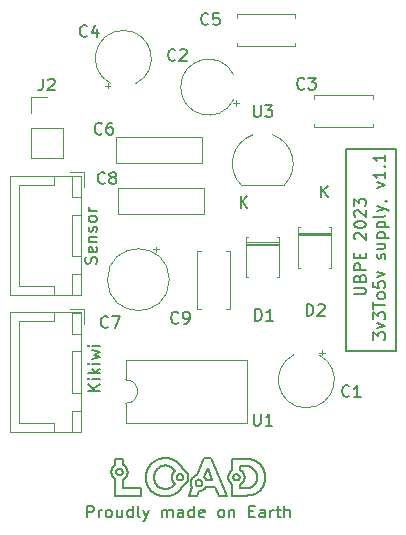
<source format=gbr>
%TF.GenerationSoftware,KiCad,Pcbnew,7.0.9*%
%TF.CreationDate,2023-12-11T11:25:51+01:00*%
%TF.ProjectId,3v3To5vPowerSupply,33763354-6f35-4765-906f-776572537570,1.1*%
%TF.SameCoordinates,Original*%
%TF.FileFunction,Legend,Top*%
%TF.FilePolarity,Positive*%
%FSLAX46Y46*%
G04 Gerber Fmt 4.6, Leading zero omitted, Abs format (unit mm)*
G04 Created by KiCad (PCBNEW 7.0.9) date 2023-12-11 11:25:51*
%MOMM*%
%LPD*%
G01*
G04 APERTURE LIST*
%ADD10C,0.200004*%
%ADD11C,0.150000*%
%ADD12C,0.120000*%
G04 APERTURE END LIST*
D10*
X64205585Y-53121362D02*
X64206645Y-53135500D01*
X70141641Y-53601923D02*
X70122713Y-53624125D01*
X64593551Y-53337914D02*
X64599385Y-53315328D01*
X76074637Y-54378017D02*
X76092763Y-54345094D01*
X68433652Y-53342644D02*
X68421699Y-53376503D01*
X73435135Y-54159593D02*
X73470566Y-54183743D01*
X74461473Y-53880951D02*
X74470870Y-53858888D01*
X70029503Y-53773136D02*
X70017634Y-53800327D01*
X68802511Y-53551805D02*
X68804927Y-53538094D01*
X70651476Y-54764395D02*
X70694697Y-54763038D01*
X67043581Y-52998241D02*
X67056566Y-52979473D01*
X69321471Y-53473492D02*
X69326972Y-53485827D01*
X70859742Y-54731785D02*
X70898642Y-54717918D01*
X69204827Y-53839060D02*
X69192986Y-53845211D01*
X66711255Y-54816463D02*
X66740688Y-54841097D01*
X64457039Y-53598815D02*
X64471190Y-53581257D01*
X68539889Y-54031759D02*
X68562567Y-54058762D01*
X63690943Y-53282546D02*
X63684878Y-53270539D01*
X70758346Y-53811620D02*
X70770509Y-53817198D01*
X74077186Y-53726923D02*
X74070573Y-53738584D01*
X67357583Y-52709245D02*
X67377958Y-52698529D01*
X67058542Y-54204654D02*
X67045221Y-54185815D01*
X67069969Y-52961036D02*
X67083789Y-52942930D01*
X70569832Y-54334158D02*
X70557074Y-54329779D01*
X75273613Y-52877591D02*
X75289487Y-52891973D01*
X64179916Y-53029115D02*
X64185417Y-53041450D01*
X64205585Y-53178292D02*
X64203838Y-53192226D01*
X69345393Y-53636603D02*
X69342977Y-53650314D01*
X75797703Y-52457565D02*
X75769878Y-52432575D01*
X69248609Y-53809075D02*
X69238235Y-53817343D01*
X67366297Y-54476237D02*
X67346126Y-54464835D01*
X67197576Y-54357823D02*
X67180610Y-54342453D01*
X75522179Y-53936131D02*
X75514571Y-53957587D01*
X64593551Y-52961740D02*
X64579735Y-52917497D01*
X67257522Y-55124921D02*
X67296441Y-55137283D01*
X76126720Y-54277462D02*
X76142549Y-54242751D01*
X76267710Y-53755971D02*
X76270922Y-53716066D01*
X68372926Y-52801679D02*
X68390721Y-52816184D01*
X74047618Y-53417085D02*
X74055772Y-53427606D01*
X68807994Y-53663785D02*
X68804927Y-53650314D01*
X64361154Y-53693564D02*
X64378375Y-53679102D01*
X74830522Y-54514876D02*
X74806803Y-54518207D01*
X75257348Y-54329100D02*
X75240693Y-54342565D01*
X69327738Y-54241254D02*
X69352028Y-54230884D01*
X66214464Y-54004826D02*
X66224385Y-54043155D01*
X70466853Y-54274323D02*
X70457316Y-54265101D01*
X66416241Y-52725607D02*
X66396070Y-52758498D01*
X74142473Y-52661012D02*
X74658674Y-52661012D01*
X75052677Y-54452772D02*
X75031729Y-54461329D01*
X68890348Y-54813420D02*
X68919183Y-54787637D01*
X67031014Y-53017340D02*
X67043581Y-52998241D01*
X63704701Y-53305506D02*
X63697557Y-53294207D01*
X69160204Y-54508287D02*
X69180385Y-54477847D01*
X67947195Y-52612886D02*
X67971109Y-52616902D01*
X64615244Y-53222205D02*
X64617273Y-53198298D01*
X66954736Y-53160256D02*
X66964380Y-53138855D01*
X64096680Y-52926687D02*
X64107054Y-52934955D01*
X68954918Y-53343196D02*
X68967081Y-53337618D01*
X69005338Y-53324497D02*
X69018622Y-53321387D01*
X69326972Y-53485827D02*
X69331890Y-53498472D01*
X73835734Y-53315727D02*
X73849861Y-53316090D01*
X66169110Y-53686090D02*
X66171472Y-53727097D01*
X74163380Y-54206144D02*
X74183856Y-54194372D01*
X70402282Y-53419136D02*
X70375151Y-53430554D01*
X66167220Y-53594204D02*
X66167220Y-53603091D01*
X64173851Y-53282546D02*
X64167237Y-53294207D01*
X64427115Y-53632472D02*
X64442343Y-53615891D01*
X66920679Y-53932395D02*
X66913470Y-53909407D01*
X66179279Y-53389226D02*
X66174939Y-53429557D01*
X63320908Y-52833107D02*
X63310953Y-52853658D01*
X75240693Y-52850103D02*
X75257348Y-52863634D01*
X67472163Y-54526368D02*
X67450405Y-54517417D01*
X64586996Y-53360195D02*
X64593551Y-53337914D01*
X63658149Y-53164154D02*
X63657791Y-53149827D01*
X68909669Y-53371064D02*
X68920436Y-53363298D01*
X73162327Y-53458036D02*
X73158370Y-53480175D01*
X66288163Y-54229661D02*
X66303613Y-54265913D01*
X66171563Y-53470221D02*
X66169151Y-53511216D01*
X73566709Y-53538094D02*
X73569776Y-53524623D01*
X66225533Y-53154174D02*
X66215420Y-53192526D01*
X69168354Y-53332630D02*
X69180823Y-53337618D01*
X69180823Y-53337618D02*
X69192986Y-53343196D01*
X64395117Y-53664091D02*
X64411369Y-53648543D01*
X75469642Y-53135186D02*
X75479458Y-53155405D01*
X68832498Y-53726923D02*
X68826433Y-53714916D01*
X68425177Y-52091629D02*
X68387108Y-52077223D01*
X67624060Y-55200792D02*
X67667014Y-55204281D01*
X64497801Y-52754905D02*
X64471190Y-52718397D01*
X70815757Y-54291345D02*
X70804991Y-54299111D01*
X75198106Y-52116760D02*
X75159272Y-52105251D01*
X70917433Y-54137787D02*
X70913731Y-54151000D01*
X67539473Y-55190838D02*
X67581545Y-55196310D01*
X67956024Y-54575897D02*
X67931926Y-54579181D01*
X71223691Y-53683487D02*
X71211105Y-53664941D01*
X67852099Y-51980134D02*
X67807844Y-51979634D01*
X67127757Y-52890607D02*
X67143169Y-52873895D01*
X68826433Y-53473492D02*
X68832498Y-53461485D01*
X66889971Y-53364820D02*
X66895045Y-53341264D01*
X70410021Y-54200924D02*
X70403956Y-54188917D01*
X75455715Y-54964292D02*
X75490057Y-54946204D01*
X67143532Y-55081977D02*
X67181066Y-55097266D01*
X63342725Y-52793178D02*
X63331503Y-52812942D01*
X68431244Y-54347017D02*
X68414574Y-54362319D01*
X68538153Y-53158817D02*
X68517090Y-53186891D01*
X73470566Y-55149522D02*
X74657506Y-55149522D01*
X64001011Y-53419533D02*
X63987727Y-53422643D01*
X75994489Y-52680107D02*
X75972543Y-52650263D01*
X68387438Y-53594204D02*
X68388442Y-53632224D01*
X67719545Y-51981633D02*
X67676051Y-51984130D01*
X63670141Y-53232621D02*
X63666439Y-53219408D01*
X67485138Y-52652489D02*
X67507476Y-52645006D01*
X70393537Y-53972474D02*
X70398455Y-53959829D01*
X67191642Y-52826511D02*
X67208551Y-52811635D01*
X70380035Y-54110605D02*
X70378288Y-54096671D01*
X68768538Y-54909244D02*
X68799963Y-54886385D01*
X68675465Y-52214855D02*
X68641578Y-52195143D01*
X64618500Y-53174167D02*
X64618912Y-53149827D01*
X66197456Y-53927152D02*
X66205488Y-53966158D01*
X66198077Y-53270216D02*
X66190848Y-53309555D01*
X70758346Y-54324791D02*
X70745876Y-54329779D01*
X66528197Y-52569439D02*
X66504324Y-52599563D01*
X73561485Y-53579877D02*
X73562546Y-53565739D01*
X63850754Y-52883874D02*
X63863783Y-52880120D01*
X69685965Y-53909875D02*
X69697438Y-53885931D01*
X69301648Y-53438524D02*
X69308792Y-53449823D01*
X73435135Y-53028814D02*
X73401317Y-53055099D01*
X69531204Y-53074896D02*
X69491548Y-53041579D01*
X63246295Y-53125487D02*
X63245883Y-53149827D01*
X63393604Y-53581257D02*
X63422451Y-53615891D01*
X68309652Y-52051374D02*
X68270264Y-52039933D01*
X74479531Y-53351965D02*
X74461473Y-53307455D01*
X73904347Y-53863910D02*
X73891064Y-53867020D01*
X74782809Y-52667755D02*
X74806803Y-52670714D01*
X67018864Y-53036770D02*
X67031014Y-53017340D01*
X68109339Y-52653980D02*
X68131497Y-52662323D01*
X73199980Y-53857549D02*
X73217552Y-53897502D01*
X63697557Y-53005446D02*
X63704701Y-52994147D01*
X74055772Y-53427606D02*
X74063429Y-53438524D01*
X68870699Y-53781427D02*
X68862067Y-53771322D01*
X75506447Y-53218261D02*
X75514571Y-53239935D01*
X63987727Y-53422643D02*
X63974207Y-53425093D01*
X63596443Y-52542512D02*
X63577035Y-52554018D01*
X69491548Y-53041579D02*
X69449465Y-53011302D01*
X73259670Y-53973181D02*
X73284031Y-54008718D01*
X66995817Y-53076617D02*
X67007132Y-53056529D01*
X68058032Y-55190838D02*
X68099796Y-55184375D01*
X74330361Y-54076945D02*
X74346280Y-54059596D01*
X69758299Y-53538480D02*
X69751907Y-53483957D01*
X67939275Y-51984130D02*
X67895909Y-51981633D01*
X73338891Y-53113694D02*
X73310469Y-53145814D01*
X67982197Y-51987624D02*
X67939275Y-51984130D01*
X66373106Y-54404956D02*
X66392392Y-54438229D01*
X64152436Y-52983229D02*
X64160093Y-52994147D01*
X63453425Y-52651111D02*
X63437679Y-52667182D01*
X66996418Y-54106933D02*
X66985339Y-54086323D01*
X74988908Y-54476927D02*
X74967094Y-54483928D01*
X70060571Y-54423285D02*
X70073050Y-54443852D01*
X64201422Y-53093717D02*
X64203838Y-53107428D01*
X64411369Y-53648543D02*
X64427115Y-53632472D01*
X67772625Y-52602064D02*
X67798496Y-52601762D01*
X67428947Y-54507842D02*
X67407708Y-54497739D01*
X63697557Y-53294207D02*
X63690943Y-53282546D01*
X63863783Y-53419533D02*
X63850754Y-53415779D01*
X74183856Y-54194372D02*
X74203888Y-54181917D01*
X74088753Y-53702581D02*
X74083252Y-53714916D01*
X64484782Y-53563230D02*
X64497801Y-53544749D01*
X63801523Y-53394683D02*
X63790023Y-53387977D01*
X70793849Y-53830056D02*
X70804991Y-53837301D01*
X67187856Y-52091629D02*
X67149958Y-52107023D01*
X76237892Y-53950183D02*
X76245691Y-53912045D01*
X73978107Y-53832353D02*
X73966608Y-53839060D01*
X63301650Y-52874583D02*
X63293015Y-52895867D01*
X69293991Y-53427606D02*
X69301648Y-53438524D01*
X67419890Y-52678492D02*
X67441345Y-52669233D01*
X68278495Y-52735775D02*
X68298105Y-52748075D01*
X68566318Y-55031008D02*
X68601653Y-55012548D01*
X74346280Y-54059596D02*
X74361617Y-54041704D01*
X70071569Y-53695423D02*
X70056500Y-53720654D01*
X69308792Y-53449823D02*
X69315406Y-53461485D01*
X63918270Y-52871713D02*
X63932397Y-52871351D01*
X70509101Y-54306355D02*
X70497959Y-54299111D01*
X74874637Y-52050420D02*
X74832137Y-52046269D01*
X69758256Y-53650469D02*
X69759910Y-53622480D01*
X73172275Y-53414518D02*
X73166966Y-53436146D01*
X75972544Y-54533717D02*
X75994489Y-54503764D01*
X75402171Y-54171830D02*
X75389501Y-54189213D01*
X68380049Y-54391556D02*
X68362195Y-54405490D01*
X68799704Y-53579877D02*
X68800764Y-53565739D01*
X66599948Y-54710978D02*
X66626746Y-54738325D01*
X74203888Y-54181917D02*
X74223459Y-54168796D01*
X71197950Y-53646838D02*
X71184239Y-53629190D01*
X67004599Y-52176359D02*
X66969878Y-52195508D01*
X75198107Y-55070426D02*
X75236486Y-55057747D01*
X69216326Y-53832353D02*
X69204827Y-53839060D01*
X63663372Y-53093717D02*
X63666439Y-53080246D01*
X70466263Y-55149522D02*
X70624599Y-54764099D01*
X69268112Y-53791100D02*
X69258574Y-53800321D01*
X68889330Y-53800321D02*
X68879792Y-53791100D01*
X69268112Y-53397308D02*
X69277205Y-53406980D01*
X68117998Y-54536188D02*
X68095577Y-54543652D01*
X70557074Y-53806632D02*
X70569832Y-53802253D01*
X69347140Y-53565739D02*
X69348200Y-53579877D01*
X63946525Y-52871713D02*
X63960467Y-52872789D01*
X68072918Y-54550519D02*
X68050018Y-54556789D01*
X64207003Y-53149827D02*
X64206645Y-53164154D01*
X76245691Y-53268106D02*
X76237892Y-53230101D01*
X70815757Y-53845066D02*
X70826132Y-53853334D01*
X73989249Y-53825109D02*
X73978107Y-53832353D01*
X67798496Y-55208772D02*
X67842815Y-55208273D01*
X68641578Y-52195143D02*
X68607067Y-52176128D01*
X68003500Y-54567537D02*
X67979882Y-54572015D01*
X70609665Y-54343472D02*
X70596145Y-54341022D01*
X70720089Y-53798499D02*
X70733118Y-53802253D01*
X71092305Y-52009260D02*
X70516218Y-53385347D01*
X74093671Y-53689936D02*
X74088753Y-53702581D01*
X70886315Y-53923825D02*
X70892929Y-53935487D01*
X66964502Y-54993847D02*
X66999026Y-55012867D01*
X64608836Y-53269295D02*
X64612428Y-53245875D01*
X66930617Y-54974128D02*
X66964502Y-54993847D01*
X64160093Y-53305506D02*
X64152436Y-53316425D01*
X75488864Y-53175993D02*
X75497861Y-53196945D01*
X75652032Y-52339686D02*
X75620938Y-52318228D01*
X68860867Y-54838473D02*
X68890348Y-54813420D01*
X75469642Y-54060164D02*
X75459417Y-54079650D01*
X70623405Y-53791168D02*
X70637348Y-53790092D01*
X67672085Y-52609295D02*
X67696778Y-52606585D01*
X69755524Y-53678150D02*
X69758256Y-53650469D01*
X63342725Y-53506476D02*
X63366993Y-53544749D01*
X76015672Y-54473218D02*
X76036091Y-54442079D01*
X70006891Y-53828113D02*
X69997302Y-53856462D01*
X67386825Y-54487204D02*
X67366297Y-54476237D01*
X68325304Y-54431986D02*
X68306268Y-54444546D01*
X63249550Y-53077449D02*
X63247522Y-53101356D01*
X73632480Y-53781427D02*
X73623848Y-53771322D01*
X70904495Y-54176583D02*
X70898994Y-54188917D01*
X70863360Y-53891087D02*
X70871514Y-53901608D01*
X63539463Y-52578872D02*
X63521326Y-52592193D01*
X75334762Y-54255221D02*
X75320066Y-54270840D01*
X75567280Y-53470038D02*
X75569670Y-53494385D01*
X70596145Y-54341022D02*
X70582861Y-54337911D01*
X67506422Y-52004081D02*
X67465098Y-52011556D01*
X74782809Y-54521021D02*
X74758539Y-54523320D01*
X68804927Y-53650314D02*
X68802511Y-53636603D01*
X74657505Y-52038886D02*
X73470566Y-52038885D01*
X74745750Y-55147660D02*
X74789176Y-55145329D01*
X69988897Y-53885345D02*
X69981705Y-53914734D01*
X67377958Y-52698529D02*
X67398726Y-52688278D01*
X69187927Y-52708610D02*
X69167617Y-52677713D01*
X63813363Y-52898819D02*
X63825526Y-52893241D01*
X70544604Y-53811620D02*
X70557074Y-53806632D01*
X73569776Y-53663785D02*
X73566709Y-53650314D01*
X75497861Y-53196945D02*
X75506447Y-53218261D01*
X74830522Y-52674207D02*
X74853966Y-52678232D01*
X64306758Y-52566143D02*
X64268351Y-52542512D01*
X68895034Y-52372377D02*
X68865569Y-52347777D01*
X69358672Y-52960534D02*
X69310288Y-52940377D01*
X66770754Y-54865025D02*
X66801455Y-54888250D01*
X66169151Y-53511216D02*
X66167703Y-53552543D01*
X68536176Y-52140185D02*
X68499801Y-52123256D01*
X69180385Y-54477847D02*
X69199901Y-54446906D01*
X73310469Y-53145814D02*
X73284031Y-53179689D01*
X66832791Y-54910772D02*
X66864763Y-54932592D01*
X73470566Y-53004664D02*
X73435135Y-53028814D01*
X67930180Y-55204281D02*
X67973224Y-55200792D01*
X74029892Y-53791100D02*
X74020355Y-53800321D01*
X76273215Y-53675804D02*
X76274592Y-53635184D01*
X69507322Y-54134100D02*
X69527148Y-54117075D01*
X66682454Y-54791124D02*
X66711255Y-54816463D01*
X64268351Y-52542512D02*
X64268351Y-52038885D01*
X69972237Y-54170019D02*
X69976262Y-54194796D01*
X76274592Y-53544393D02*
X76273215Y-53503830D01*
X71715135Y-52009260D02*
X71092305Y-52009260D01*
X64198355Y-53080246D02*
X64201422Y-53093717D01*
X74874639Y-55137865D02*
X74916678Y-55132728D01*
X73917377Y-53860156D02*
X73904347Y-53863910D01*
X75031729Y-52729446D02*
X75052677Y-52738271D01*
X70924663Y-54039741D02*
X70925724Y-54053880D01*
X69673628Y-53933296D02*
X69685965Y-53909875D01*
X64553841Y-53445996D02*
X64563144Y-53425071D01*
X75455714Y-52221511D02*
X75420725Y-52204278D01*
X64579735Y-53382157D02*
X64586996Y-53360195D01*
X74487440Y-53813623D02*
X74494582Y-53790451D01*
X70770509Y-53817198D02*
X70782349Y-53823349D01*
X69227468Y-53825109D02*
X69216326Y-53832353D01*
X75479458Y-53155405D02*
X75488864Y-53175993D01*
X70737215Y-54759017D02*
X70778949Y-54752415D01*
X68773359Y-52278174D02*
X68741357Y-52256370D01*
X68463279Y-53912692D02*
X68480213Y-53944014D01*
X75376424Y-54206244D02*
X75362942Y-54222923D01*
X75040035Y-52076234D02*
X74999374Y-52068400D01*
X73849861Y-53316090D02*
X73863803Y-53317166D01*
X68820932Y-53702581D02*
X68816014Y-53689936D01*
X66259818Y-54156091D02*
X66273518Y-54193049D01*
X69399135Y-54207445D02*
X69421910Y-54194419D01*
X74922658Y-54496343D02*
X74900033Y-54501761D01*
X73780403Y-53321387D02*
X73793924Y-53318937D01*
X68306268Y-54444546D02*
X68286840Y-54456645D01*
X67098027Y-52925157D02*
X67112683Y-52907715D01*
X66336825Y-54336626D02*
X66354583Y-54371089D01*
X68447252Y-53309618D02*
X68433652Y-53342644D01*
X75311885Y-55029541D02*
X75348810Y-55014297D01*
X67465098Y-52011556D02*
X67424204Y-52020023D01*
X69059825Y-53316090D02*
X69073952Y-53315727D01*
X74900033Y-52687875D02*
X74922658Y-52693490D01*
X63877067Y-53422643D02*
X63863783Y-53419533D01*
X74999376Y-55119638D02*
X75040036Y-55111683D01*
X67539232Y-54549485D02*
X67516578Y-54542401D01*
X70778949Y-54752415D02*
X70819818Y-54743311D01*
X68064266Y-52639149D02*
X68086928Y-52646256D01*
X64510235Y-53525826D02*
X64522069Y-53506476D01*
X69564817Y-54080837D02*
X69582618Y-54061668D01*
X64135650Y-52962603D02*
X64144282Y-52972708D01*
X75334762Y-52937649D02*
X75349055Y-52953683D01*
X70272916Y-53487219D02*
X70249075Y-53503985D01*
X73152548Y-53525156D02*
X73150706Y-53547973D01*
X64014040Y-53415779D02*
X64001011Y-53419533D01*
X69005338Y-53863910D02*
X68992308Y-53860156D01*
X67039969Y-52157937D02*
X67004599Y-52176359D01*
X70973042Y-54683482D02*
X71008383Y-54663073D01*
X67599772Y-52621018D02*
X67623582Y-52616512D01*
X64152436Y-53316425D02*
X64144282Y-53326945D01*
X66477123Y-54565377D02*
X66500192Y-54595681D01*
X69348200Y-53579877D02*
X69348558Y-53594204D01*
X69294927Y-52905604D02*
X69278860Y-52871387D01*
X69582618Y-54061668D02*
X69599702Y-54041827D01*
X67632993Y-51987624D02*
X67590369Y-51992114D01*
X75556796Y-52277429D02*
X75523751Y-52258086D01*
X66171472Y-53727097D02*
X66174779Y-53767774D01*
X70665603Y-54346319D02*
X70651475Y-54346681D01*
X66524011Y-54625393D02*
X66548579Y-54654513D01*
X70826132Y-54283077D02*
X70815757Y-54291345D01*
X73594280Y-53726923D02*
X73588214Y-53714916D01*
X71184239Y-53629190D02*
X71169984Y-53612012D01*
X68909669Y-53817343D02*
X68899295Y-53809075D01*
X69167617Y-52677713D02*
X69146599Y-52647369D01*
X63245883Y-53149827D02*
X63247522Y-53198298D01*
X76258536Y-53834714D02*
X76263582Y-53795520D01*
X75926365Y-52592297D02*
X75902133Y-52564175D01*
X69285837Y-53771322D02*
X69277205Y-53781427D01*
X73966608Y-53349347D02*
X73978107Y-53356054D01*
X70637348Y-54346319D02*
X70623405Y-54345243D01*
X76237892Y-53230101D02*
X76229176Y-53192466D01*
X73192106Y-53351322D02*
X73184856Y-53372094D01*
X68341386Y-55124921D02*
X68380148Y-55111581D01*
X67463094Y-52660565D02*
X67485138Y-52652489D01*
X68550703Y-54207962D02*
X68533744Y-54231362D01*
X70161461Y-53580553D02*
X70141641Y-53601923D01*
X73600893Y-53449823D02*
X73608037Y-53438524D01*
X67131846Y-54293653D02*
X67116294Y-54276540D01*
X67181066Y-55097266D02*
X67219063Y-55111581D01*
X63674459Y-53054095D02*
X63679377Y-53041450D01*
X68584243Y-53106163D02*
X68560554Y-53131890D01*
X69192986Y-53845211D02*
X69180823Y-53850789D01*
X68380148Y-55111581D02*
X68418480Y-55097266D01*
X63503641Y-52606090D02*
X63486420Y-52620552D01*
X63690943Y-53017108D02*
X63697557Y-53005446D01*
X68226202Y-54490175D02*
X68205207Y-54500426D01*
X73217552Y-53897502D02*
X73237480Y-53936078D01*
X68397509Y-54377165D02*
X68380049Y-54391556D01*
X66184228Y-53848131D02*
X66190370Y-53887809D01*
X75573662Y-53628927D02*
X75572863Y-53654445D01*
X76229176Y-53192466D02*
X76219542Y-53155200D01*
X69421910Y-54194419D02*
X69444138Y-54180550D01*
X63890587Y-52874560D02*
X63904327Y-52872789D01*
X73561485Y-53608530D02*
X73561128Y-53594204D01*
X69142566Y-53863910D02*
X69129282Y-53867020D01*
X63712358Y-53316425D02*
X63704701Y-53305506D01*
X63778881Y-53380732D02*
X63768115Y-53372966D01*
X71286535Y-53803223D02*
X71277633Y-53782331D01*
X74416824Y-53223370D02*
X74390478Y-53184046D01*
X67886710Y-55206775D02*
X67930180Y-55204281D01*
X69726451Y-53811180D02*
X69734250Y-53785362D01*
X68396327Y-53706600D02*
X68403103Y-53742852D01*
X63660956Y-53192226D02*
X63659209Y-53178292D01*
X63659209Y-53178292D02*
X63658149Y-53164154D01*
X66801455Y-54888250D02*
X66832791Y-54910772D01*
X64378375Y-52620552D02*
X64343468Y-52592193D01*
X70476818Y-53853334D02*
X70487192Y-53845066D01*
X74038986Y-53406980D02*
X74047618Y-53417085D01*
X75541904Y-53869916D02*
X75535847Y-53892296D01*
X66868342Y-53585316D02*
X66868609Y-53560077D01*
X70854728Y-53880982D02*
X70863360Y-53891087D01*
X67072310Y-54223145D02*
X67058542Y-54204654D01*
X74853966Y-54511026D02*
X74830522Y-54514876D01*
X64617273Y-53198298D02*
X64618500Y-53174167D01*
X70631345Y-54764270D02*
X70638037Y-54764358D01*
X66881426Y-53412507D02*
X66885432Y-53388568D01*
X70403956Y-53947494D02*
X70410021Y-53935487D01*
X63393604Y-52718397D02*
X63380012Y-52736424D01*
X70909413Y-53972474D02*
X70913731Y-53985412D01*
X75040036Y-55111683D02*
X75080238Y-55102785D01*
X70836096Y-53862088D02*
X70845634Y-53871310D01*
X66740688Y-54841097D02*
X66770754Y-54865025D01*
X70637348Y-53790092D02*
X70651475Y-53789730D01*
X64126557Y-53346723D02*
X64117019Y-53355944D01*
X63354559Y-52773828D02*
X63342725Y-52793178D01*
X68196460Y-52690968D02*
X68217506Y-52701512D01*
X69199901Y-54446906D02*
X69218751Y-54415464D01*
X63974207Y-52874560D02*
X63987727Y-52877010D01*
X75304972Y-54286063D02*
X75289487Y-54300848D01*
X73966608Y-53839060D02*
X73954767Y-53845211D01*
X74515167Y-53493871D02*
X74506501Y-53445298D01*
X70225980Y-53521731D02*
X70203660Y-53540427D01*
X67994773Y-52621537D02*
X68018188Y-52626790D01*
X68954918Y-53845211D02*
X68943077Y-53839060D01*
X67232578Y-54387227D02*
X67214899Y-54372748D01*
X74070573Y-53449823D02*
X74077186Y-53461485D01*
X67608974Y-54567018D02*
X67585431Y-54561793D01*
X66412439Y-54470906D02*
X66433245Y-54502990D01*
X68800764Y-53622669D02*
X68799704Y-53608530D01*
X67807844Y-51979634D02*
X67763476Y-51980134D01*
X74000016Y-53371064D02*
X74010390Y-53379332D01*
X73615695Y-53427606D02*
X73623848Y-53417085D01*
X68579657Y-53031743D02*
X68594777Y-53056428D01*
X64571779Y-53403787D02*
X64579735Y-53382157D01*
X73741332Y-53855777D02*
X73728863Y-53850789D01*
X70733118Y-54334158D02*
X70720089Y-54337911D01*
X66985339Y-54086323D02*
X66974710Y-54065353D01*
X75569670Y-53704529D02*
X75567280Y-53729096D01*
X67056566Y-52979473D02*
X67069969Y-52961036D01*
X70380035Y-54025807D02*
X70382450Y-54012096D01*
X63577035Y-52554018D02*
X63558037Y-52566143D01*
X75824871Y-52483263D02*
X75797703Y-52457565D01*
X63260310Y-53007204D02*
X63255958Y-53030359D01*
X69088079Y-53872317D02*
X69073952Y-53872679D01*
X69777702Y-55149522D02*
X70466263Y-55149522D01*
X69102022Y-53871241D02*
X69088079Y-53872317D01*
X67304105Y-52051374D02*
X67264928Y-52063804D01*
X66936701Y-53977848D02*
X66928423Y-53955209D01*
X75535847Y-53892296D02*
X75529272Y-53914368D01*
X75320066Y-52922010D02*
X75334762Y-52937649D01*
X64167237Y-53005446D02*
X64173851Y-53017108D01*
X68923861Y-52397677D02*
X68895034Y-52372377D01*
X66458802Y-52661479D02*
X66437152Y-52693267D01*
X64599385Y-53315328D02*
X64604484Y-53292450D01*
X73651112Y-53800321D02*
X73641574Y-53791100D01*
X68447517Y-54331262D02*
X68431244Y-54347017D01*
X63271243Y-52961740D02*
X63265410Y-52984326D01*
X74657506Y-55149522D02*
X74701860Y-55149057D01*
X69616049Y-54021336D02*
X69631635Y-54000216D01*
X76270922Y-53716066D02*
X76273215Y-53675804D01*
X69258574Y-53388086D02*
X69268112Y-53397308D01*
X67576256Y-52626122D02*
X67599772Y-52621018D01*
X75523751Y-52258086D02*
X75490056Y-52239447D01*
X66686792Y-52400796D02*
X66658629Y-52427290D01*
X68390721Y-52816184D02*
X68408152Y-52831130D01*
X69000388Y-54707417D02*
X69025200Y-54680458D01*
X74093671Y-53498472D02*
X74097989Y-53511410D01*
X68974918Y-54733882D02*
X69000388Y-54707417D01*
X73954767Y-53343196D02*
X73966608Y-53349347D01*
X68992308Y-53328251D02*
X69005338Y-53324497D01*
X63366993Y-53544749D02*
X63393604Y-53581257D01*
X64190335Y-53245559D02*
X64185417Y-53258204D01*
X70037690Y-54380778D02*
X70048779Y-54402255D01*
X76110124Y-54311576D02*
X76126720Y-54277462D01*
X75573929Y-53603091D02*
X75573662Y-53628927D01*
X63301650Y-53425071D02*
X63320908Y-53466547D01*
X70898642Y-54717918D02*
X70936435Y-54701790D01*
X70922916Y-54025807D02*
X70924663Y-54039741D01*
X67034190Y-55031189D02*
X67069995Y-55048814D01*
X68516118Y-54254233D02*
X68497827Y-54276577D01*
X68601653Y-55012548D02*
X68636335Y-54993354D01*
X67424204Y-52020023D02*
X67383742Y-52029482D01*
X69976262Y-54194796D02*
X69981136Y-54219271D01*
X71008383Y-54663073D02*
X71042376Y-54640644D01*
X66837506Y-52279404D02*
X66806048Y-52302210D01*
X70651475Y-53789730D02*
X70665603Y-53790092D01*
X74758539Y-54523320D02*
X74733991Y-54525105D01*
X75093402Y-52757211D02*
X75113179Y-52767325D01*
X73877543Y-53318937D02*
X73891064Y-53321387D01*
X74223459Y-54168796D02*
X74242555Y-54155024D01*
X69139359Y-54538227D02*
X69160204Y-54508287D01*
X70431436Y-54234803D02*
X70423779Y-54223885D01*
X68354765Y-52787617D02*
X68372926Y-52801679D01*
X73671451Y-53371064D02*
X73682218Y-53363298D01*
X70596145Y-53795389D02*
X70609665Y-53792939D01*
X73577796Y-53498472D02*
X73582714Y-53485827D01*
X64039268Y-52893241D02*
X64051431Y-52898819D01*
X73566709Y-53650314D02*
X73564293Y-53636603D01*
X67225838Y-52797221D02*
X67243505Y-52783267D01*
X67516578Y-54542401D02*
X67494221Y-54534696D01*
X64268351Y-54527395D02*
X64268351Y-53757142D01*
X75073235Y-52747526D02*
X75093402Y-52757211D01*
X66167703Y-53552543D02*
X66167220Y-53594204D01*
X63960467Y-53426864D02*
X63946525Y-53427940D01*
X70448222Y-53880982D02*
X70457316Y-53871310D01*
X75311884Y-52156794D02*
X75274411Y-52142532D01*
X70665603Y-53790092D02*
X70679545Y-53791168D01*
X67530108Y-52638116D02*
X67553035Y-52631821D01*
X68441913Y-52862351D02*
X68458241Y-52878627D01*
X76185137Y-53045629D02*
X76171833Y-53009851D01*
X75093402Y-54434306D02*
X75073235Y-54443764D01*
X73754090Y-53860156D02*
X73741332Y-53855777D01*
X69602579Y-53149980D02*
X69568269Y-53111086D01*
X76142549Y-52939459D02*
X76126719Y-52905041D01*
X64051431Y-52898819D02*
X64063271Y-52904970D01*
X73310469Y-54042594D02*
X73338891Y-54074714D01*
X70439590Y-54245324D02*
X70431436Y-54234803D01*
X75274411Y-52142532D02*
X75236485Y-52129188D01*
X74440529Y-53264548D02*
X74416824Y-53223370D01*
X70733118Y-53802253D02*
X70745876Y-53806632D01*
X70913731Y-54151000D02*
X70909413Y-54163938D01*
X71189320Y-54501008D02*
X71213541Y-54468144D01*
X74010390Y-53379332D02*
X74020355Y-53388086D01*
X75514571Y-53957587D02*
X75506447Y-53978737D01*
X66964532Y-54044023D02*
X66954804Y-54022330D01*
X68899295Y-53379332D02*
X68909669Y-53371064D01*
X67214899Y-54372748D02*
X67197576Y-54357823D01*
X64074771Y-53387977D02*
X64063271Y-53394683D01*
X69124871Y-52617576D02*
X69102434Y-52588334D01*
X70249075Y-53503985D02*
X70225980Y-53521731D01*
X76157612Y-54207444D02*
X76171833Y-54171723D01*
X63768115Y-52926687D02*
X63778881Y-52918922D01*
X69238235Y-53371064D02*
X69248609Y-53379332D01*
X69741079Y-53759128D02*
X69746914Y-53732501D01*
X68566992Y-54184035D02*
X68550703Y-54207962D01*
X69073952Y-53872679D02*
X69059825Y-53872317D01*
X74500940Y-53766940D02*
X74506501Y-53743107D01*
X73978107Y-53356054D02*
X73989249Y-53363298D01*
X74806803Y-52670714D02*
X74830522Y-52674207D01*
X73693360Y-53356054D02*
X73704859Y-53349347D01*
X64107054Y-52934955D02*
X64117019Y-52943709D01*
X67923032Y-52609487D02*
X67947195Y-52612886D01*
X73401317Y-53055099D02*
X73369205Y-53083424D01*
X69331890Y-53689936D02*
X69326972Y-53702581D01*
X74330361Y-53111460D02*
X74296834Y-53078448D01*
X69095679Y-54596610D02*
X69117850Y-54567668D01*
X73562546Y-53622669D02*
X73561485Y-53608530D01*
X70398455Y-53959829D02*
X70403956Y-53947494D01*
X64442343Y-53615891D02*
X64457039Y-53598815D01*
X73149593Y-53570993D02*
X73149219Y-53594204D01*
X63679377Y-53041450D02*
X63684878Y-53029115D01*
X76263582Y-53795520D02*
X76267710Y-53755971D01*
X66775246Y-52325750D02*
X66745102Y-52350027D01*
X75349055Y-54239248D02*
X75334762Y-54255221D01*
X66437152Y-52693267D02*
X66416241Y-52725607D01*
X73284031Y-53179689D02*
X73259670Y-53215226D01*
X75541904Y-53329060D02*
X75547441Y-53351949D01*
X73942604Y-53337618D02*
X73954767Y-53343196D01*
X67158953Y-52857641D02*
X67175110Y-52841846D01*
X76252572Y-53873555D02*
X76258536Y-53834714D01*
X63265410Y-52984326D02*
X63260310Y-53007204D01*
X64618912Y-53149827D02*
X64617273Y-53101356D01*
X75529272Y-53914368D02*
X75522179Y-53936131D01*
X64117019Y-52943709D02*
X64126557Y-52952931D01*
X63663372Y-53205937D02*
X63660956Y-53192226D01*
X66897371Y-54953710D02*
X66930617Y-54974128D01*
X68799346Y-53594204D02*
X68799704Y-53579877D01*
X67106442Y-55065743D02*
X67143532Y-55081977D01*
X66339977Y-52860463D02*
X66322751Y-52895544D01*
X66322751Y-52895544D02*
X66306259Y-52931169D01*
X68414574Y-54362319D02*
X68397509Y-54377165D01*
X69207528Y-52740058D02*
X69187927Y-52708610D01*
X73150706Y-53547973D02*
X73149593Y-53570993D01*
X63904327Y-52872789D02*
X63918270Y-52871713D01*
X68582605Y-54159580D02*
X68566992Y-54184035D01*
X70845634Y-54265101D02*
X70836096Y-54274323D01*
X68462807Y-52107023D02*
X68425177Y-52091629D01*
X66357938Y-52825927D02*
X66339977Y-52860463D01*
X63918270Y-53427940D02*
X63904327Y-53426864D01*
X68408152Y-52831130D02*
X68425216Y-52846519D01*
X63684878Y-53029115D02*
X63690943Y-53017108D01*
X66631129Y-52454526D02*
X66604279Y-52482413D01*
X73562546Y-53565739D02*
X73564293Y-53551805D01*
X69192986Y-53343196D02*
X69204827Y-53349347D01*
X68992308Y-53860156D02*
X68979550Y-53855777D01*
X74429014Y-53944670D02*
X74440529Y-53923857D01*
X64194653Y-53232621D02*
X64190335Y-53245559D01*
X75414435Y-54154095D02*
X75402171Y-54171830D01*
X64179916Y-53270539D02*
X64173851Y-53282546D01*
X63877067Y-52877010D02*
X63890587Y-52874560D01*
X71211105Y-53664941D02*
X71197950Y-53646838D01*
X68736464Y-54931370D02*
X68768538Y-54909244D01*
X75188386Y-54380305D02*
X75170170Y-54391997D01*
X69102022Y-53317166D02*
X69115762Y-53318937D01*
X63521326Y-52592193D02*
X63503641Y-52606090D01*
X66745102Y-52350027D02*
X66715617Y-52375042D01*
X73661077Y-53809075D02*
X73651112Y-53800321D01*
X64604484Y-53007204D02*
X64593551Y-52961740D01*
X75151563Y-54403245D02*
X75132566Y-54414046D01*
X64026799Y-52888253D02*
X64039268Y-52893241D01*
X69226422Y-52772060D02*
X69207528Y-52740058D01*
X66895045Y-53341264D02*
X66900652Y-53317902D01*
X75741399Y-54776218D02*
X75769879Y-54751835D01*
X70582861Y-53798499D02*
X70596145Y-53795389D01*
X69339910Y-53524623D02*
X69342977Y-53538094D01*
X69405119Y-52984231D02*
X69358672Y-52960534D01*
X71268086Y-53761794D02*
X71257905Y-53741627D01*
X70377227Y-54053880D02*
X70378288Y-54039741D01*
X70017689Y-54336547D02*
X70027322Y-54358869D01*
X75490056Y-52239447D02*
X75455714Y-52221511D01*
X68498660Y-53974334D02*
X68518569Y-54003599D01*
X73573477Y-53676998D02*
X73569776Y-53663785D01*
X70398455Y-54176583D02*
X70393537Y-54163938D01*
X63747775Y-53355944D02*
X63738238Y-53346723D01*
X68182040Y-55168490D02*
X68222520Y-55159069D01*
X68804927Y-53538094D02*
X68807994Y-53524623D01*
X63293015Y-52895867D02*
X63285060Y-52917497D01*
X67710406Y-55206775D02*
X67754234Y-55208273D01*
X75420725Y-52204278D02*
X75385090Y-52187748D01*
X68302193Y-55137283D02*
X68341386Y-55124921D01*
X75877140Y-52536629D02*
X75851386Y-52509658D01*
X68811696Y-53511410D02*
X68816014Y-53498472D01*
X74461473Y-53307455D02*
X74440529Y-53264548D01*
X75488864Y-54020147D02*
X75479458Y-54040330D01*
X75188386Y-52812063D02*
X75206212Y-52824317D01*
X70913731Y-53985412D02*
X70917433Y-53998625D01*
X75824872Y-54700998D02*
X75851387Y-54674596D01*
X67842815Y-55208273D02*
X67886710Y-55206775D01*
X73930135Y-53855777D02*
X73917377Y-53860156D01*
X64522069Y-52793178D02*
X64497801Y-52754905D01*
X63666439Y-53219408D02*
X63663372Y-53205937D01*
X73029737Y-55149522D02*
X71715135Y-52009260D01*
X68512092Y-52938627D02*
X68530026Y-52961077D01*
X74261159Y-53047790D02*
X74223459Y-53019610D01*
X70389219Y-54151000D02*
X70385517Y-54137787D01*
X69146599Y-52647369D02*
X69124871Y-52617576D01*
X74515167Y-53694535D02*
X74518242Y-53669827D01*
X76197523Y-53081781D02*
X76185137Y-53045629D01*
X69975755Y-53944597D02*
X69971076Y-53974906D01*
X69115762Y-53318937D02*
X69129282Y-53321387D01*
X69244608Y-52804615D02*
X69226422Y-52772060D01*
X69055430Y-52531502D02*
X69030862Y-52503911D01*
X75236486Y-55057747D02*
X75274412Y-55044119D01*
X69326972Y-53702581D02*
X69321471Y-53714916D01*
X68703739Y-54952765D02*
X68736464Y-54931370D01*
X66864763Y-54932592D02*
X66897371Y-54953710D01*
X70122713Y-53624125D02*
X70104705Y-53647129D01*
X74684059Y-52661283D02*
X74709165Y-52662094D01*
X68879792Y-53791100D02*
X68870699Y-53781427D01*
X69352028Y-54230884D02*
X69375834Y-54219607D01*
X68533744Y-54231362D02*
X68516118Y-54254233D01*
X66261635Y-53041089D02*
X66248641Y-53078456D01*
X66974441Y-53117781D02*
X66984920Y-53097035D01*
X74296834Y-54109958D02*
X74313874Y-54093738D01*
X69760466Y-53594204D02*
X69758299Y-53538480D01*
X71139895Y-53579123D02*
X71124087Y-53563441D01*
X66806048Y-52302210D02*
X66775246Y-52325750D01*
X68267019Y-54468284D02*
X68246806Y-54479461D01*
X69527148Y-54117075D02*
X69546319Y-54099313D01*
X74279258Y-54125589D02*
X74296834Y-54109958D01*
X69342977Y-53650314D02*
X69339910Y-53663785D01*
X67343709Y-52039933D02*
X67304105Y-52051374D01*
X63850754Y-53415779D02*
X63837996Y-53411400D01*
X66184582Y-53349225D02*
X66179279Y-53389226D01*
X67375646Y-55159069D02*
X67415929Y-55168490D01*
X75389501Y-54189213D02*
X75376424Y-54206244D01*
X70609665Y-53792939D02*
X70623405Y-53791168D01*
X75712263Y-52384717D02*
X75682474Y-52361848D01*
X75926366Y-54591844D02*
X75949836Y-54563076D01*
X73470566Y-52038885D02*
X73470566Y-53004664D01*
X70516218Y-53385347D02*
X70486980Y-53391952D01*
X75569670Y-53494385D02*
X75571532Y-53518975D01*
X67979882Y-54572015D02*
X67956024Y-54575897D01*
X66869619Y-52257333D02*
X66837506Y-52279404D01*
X64203838Y-53192226D02*
X64201422Y-53205937D01*
X68190167Y-52020023D02*
X68149457Y-52011556D01*
X64306758Y-53733511D02*
X64325332Y-53720782D01*
X67007132Y-53056529D02*
X67018864Y-53036770D01*
X68421699Y-53376503D02*
X68411444Y-53411142D01*
X65787447Y-55149522D02*
X65787447Y-54527395D01*
X67261554Y-52769774D02*
X67279986Y-52756743D01*
X69993370Y-54267249D02*
X70000697Y-54290720D01*
X70557074Y-54329779D02*
X70544604Y-54324791D01*
X66454807Y-54534480D02*
X66477123Y-54565377D01*
X70410021Y-53935487D02*
X70416635Y-53923825D01*
X67383742Y-52029482D02*
X67343709Y-52039933D01*
X66935806Y-52215386D02*
X66902387Y-52235994D01*
X76015671Y-52710524D02*
X75994489Y-52680107D01*
X74451354Y-53902612D02*
X74461473Y-53880951D01*
X70651475Y-54346681D02*
X70637348Y-54346319D01*
X68597541Y-54134598D02*
X68582605Y-54159580D01*
X69660446Y-53956175D02*
X69673628Y-53933296D01*
X68388432Y-53556451D02*
X68387438Y-53594204D01*
X66306259Y-52931169D02*
X66290501Y-52967337D01*
X68140178Y-54528127D02*
X68117998Y-54536188D01*
X75159273Y-55082158D02*
X75198107Y-55070426D01*
X69277205Y-53406980D02*
X69285837Y-53417085D01*
X67548179Y-51997600D02*
X67506422Y-52004081D01*
X63801523Y-52904970D02*
X63813363Y-52898819D01*
X73877543Y-53869470D02*
X73863803Y-53871241D01*
X68262571Y-55148667D02*
X68302193Y-55137283D01*
X75132566Y-52777867D02*
X75151563Y-52788838D01*
X66573891Y-54683041D02*
X66599948Y-54710978D01*
X68832498Y-53461485D02*
X68839112Y-53449823D01*
X67706081Y-54581747D02*
X67681366Y-54578989D01*
X73155107Y-53502552D02*
X73152548Y-53525156D01*
X68230436Y-52029482D02*
X68190167Y-52020023D01*
X70509101Y-53830056D02*
X70520601Y-53823349D01*
X67415929Y-55168490D02*
X67456662Y-55176925D01*
X75402171Y-53021708D02*
X75414435Y-53039677D01*
X67250612Y-54401263D02*
X67232578Y-54387227D01*
X75080238Y-55102785D02*
X75119984Y-55092944D01*
X66984920Y-53097035D02*
X66995817Y-53076617D01*
X68830739Y-54862794D02*
X68860867Y-54838473D01*
X76273215Y-53503830D02*
X76270922Y-53463631D01*
X70497959Y-54299111D02*
X70487192Y-54291345D01*
X74494582Y-53790451D02*
X74500940Y-53766940D01*
X63738238Y-52952931D02*
X63747775Y-52943709D01*
X67553035Y-52631821D02*
X67576256Y-52626122D01*
X63437679Y-52667182D02*
X63422451Y-52683763D01*
X68920436Y-53825109D02*
X68909669Y-53817343D01*
X64135650Y-53337050D02*
X64126557Y-53346723D01*
X70378288Y-54096671D02*
X70377227Y-54082532D01*
X69315406Y-53461485D02*
X69321471Y-53473492D01*
X70476818Y-54283077D02*
X70466853Y-54274323D01*
X67264928Y-52063804D02*
X67226179Y-52077223D01*
X73178242Y-53393164D02*
X73172275Y-53414518D01*
X75535847Y-53306414D02*
X75541904Y-53329060D01*
X67590369Y-51992114D02*
X67548179Y-51997600D01*
X66235251Y-54081142D02*
X66247062Y-54118788D01*
X75389501Y-53004122D02*
X75402171Y-53021708D01*
X67763476Y-51980134D02*
X67719545Y-51981633D01*
X74109981Y-53579877D02*
X74110338Y-53594204D01*
X75240693Y-54342565D02*
X75223647Y-54355588D01*
X66868609Y-53560077D02*
X66869410Y-53535020D01*
X66868609Y-53619550D02*
X66868342Y-53594203D01*
X70448222Y-54255429D02*
X70439590Y-54245324D01*
X69708024Y-53861486D02*
X69717702Y-53836562D01*
X75348810Y-55014297D02*
X75385091Y-54998340D01*
X71169984Y-53612012D02*
X71155198Y-53595318D01*
X75304972Y-52906779D02*
X75320066Y-52922010D01*
X64343468Y-52592193D02*
X64306758Y-52566143D01*
X74223459Y-53019610D02*
X74183856Y-52994034D01*
X75426292Y-54136009D02*
X75414435Y-54154095D01*
X74522248Y-53594203D02*
X74520457Y-53543547D01*
X67973224Y-55200792D02*
X68015841Y-55196310D01*
X75797704Y-54726761D02*
X75824872Y-54700998D01*
X74916678Y-55132728D02*
X74958257Y-55126653D01*
X69444138Y-54180550D02*
X69465796Y-54165859D01*
X68402939Y-53446509D02*
X68396234Y-53482551D01*
X70497959Y-53837301D02*
X70509101Y-53830056D01*
X66885432Y-53791802D02*
X66881426Y-53767743D01*
X67147745Y-54310369D02*
X67131846Y-54293653D01*
X63932397Y-53428302D02*
X63918270Y-53427940D01*
X68141132Y-55176925D02*
X68182040Y-55168490D01*
X76229176Y-53987972D02*
X76237892Y-53950183D01*
X67083789Y-52942930D02*
X67098027Y-52925157D01*
X76092763Y-54345094D02*
X76110124Y-54311576D01*
X64063271Y-53394683D02*
X64051431Y-53400834D01*
X66877955Y-53436635D02*
X66881426Y-53412507D01*
X76245691Y-53912045D02*
X76252572Y-53873555D01*
X70042468Y-53746569D02*
X70029503Y-53773136D01*
X68811696Y-53676998D02*
X68807994Y-53663785D01*
X67163999Y-54326635D02*
X67147745Y-54310369D01*
X68095577Y-54543652D02*
X68072918Y-54550519D01*
X63660956Y-53107428D02*
X63663372Y-53093717D01*
X63666439Y-53080246D02*
X63670141Y-53067033D01*
X68862067Y-53417085D02*
X68870699Y-53406980D01*
X67456662Y-55176925D02*
X67497844Y-55184375D01*
X69180823Y-53850789D02*
X69168354Y-53855777D01*
X69142566Y-53324497D02*
X69155596Y-53328251D01*
X64268351Y-53757142D02*
X64287760Y-53745636D01*
X68270264Y-52039933D02*
X68230436Y-52029482D01*
X76092763Y-52837917D02*
X76074637Y-52805211D01*
X69342977Y-53538094D02*
X69345393Y-53551805D01*
X63252367Y-53053779D02*
X63249550Y-53077449D01*
X74390478Y-53184046D02*
X74361617Y-53146701D01*
X69278860Y-52871387D02*
X69262087Y-52837724D01*
X75620938Y-52318228D02*
X75589192Y-52297476D01*
X63260310Y-53292450D02*
X63271243Y-53337914D01*
X71294777Y-53824457D02*
X71286535Y-53803223D01*
X69072847Y-54625056D02*
X69095679Y-54596610D01*
X68478875Y-54298393D02*
X68463395Y-54315054D01*
X70403956Y-54188917D02*
X70398455Y-54176583D01*
X70845634Y-53871310D02*
X70854728Y-53880982D01*
X67623582Y-52616512D02*
X67647686Y-52612604D01*
X68348599Y-52063804D02*
X68309652Y-52051374D01*
X73821606Y-53316090D02*
X73835734Y-53315727D01*
X74083252Y-53714916D02*
X74077186Y-53726923D01*
X69032142Y-53869470D02*
X69018622Y-53867020D01*
X71105999Y-54590047D02*
X71135469Y-54562040D01*
X73807664Y-53871241D02*
X73793924Y-53869470D01*
X63277798Y-52939459D02*
X63271243Y-52961740D01*
X71155198Y-53595318D02*
X71139895Y-53579123D01*
X70382450Y-54012096D02*
X70385517Y-53998625D01*
X68026879Y-54562461D02*
X68003500Y-54567537D01*
X70532441Y-53817198D02*
X70544604Y-53811620D01*
X69546319Y-54099313D02*
X69564817Y-54080837D01*
X69079287Y-52559643D02*
X69055430Y-52531502D01*
X75113179Y-54424400D02*
X75093402Y-54434306D01*
X69302984Y-54250696D02*
X69327738Y-54241254D01*
X73989249Y-53363298D02*
X74000016Y-53371064D01*
X75080237Y-52084987D02*
X75040035Y-52076234D01*
X74390478Y-54004359D02*
X74403973Y-53984937D01*
X74261159Y-54140616D02*
X74279258Y-54125589D01*
X70378288Y-54039741D02*
X70380035Y-54025807D01*
X63658149Y-53135500D02*
X63659209Y-53121362D01*
X73821606Y-53872317D02*
X73807664Y-53871241D01*
X67781970Y-54586339D02*
X67756384Y-54585421D01*
X70382450Y-54124316D02*
X70380035Y-54110605D01*
X69285837Y-53417085D02*
X69293991Y-53427606D01*
X67873960Y-52604543D02*
X67898620Y-52606706D01*
X75522179Y-53261852D02*
X75529272Y-53284011D01*
X75206212Y-52824317D02*
X75223647Y-52836997D01*
X69032142Y-53318937D02*
X69045882Y-53317166D01*
X67208551Y-52811635D02*
X67225838Y-52797221D01*
X75547441Y-53351949D02*
X75552456Y-53375081D01*
X68820932Y-53485827D02*
X68826433Y-53473492D01*
X64026799Y-53411400D02*
X64014040Y-53415779D01*
X71394955Y-52837282D02*
X71802774Y-53846017D01*
X74108920Y-53622669D02*
X74107173Y-53636603D01*
X63657791Y-53149827D02*
X63658149Y-53135500D01*
X66167220Y-53603091D02*
X66167693Y-53644754D01*
X70457316Y-53871310D02*
X70466853Y-53862088D01*
X70544604Y-54324791D02*
X70532441Y-54319213D01*
X68741357Y-52256370D02*
X68708725Y-52235264D01*
X73172275Y-53773889D02*
X73184856Y-53816313D01*
X73793924Y-53869470D02*
X73780403Y-53867020D01*
X73891064Y-53321387D02*
X73904347Y-53324497D01*
X74101691Y-53524623D02*
X74104758Y-53538094D01*
X73608037Y-53749883D02*
X73600893Y-53738584D01*
X73564293Y-53551805D02*
X73566709Y-53538094D01*
X69449465Y-53011302D02*
X69405119Y-52984231D01*
X69966801Y-54119621D02*
X69969078Y-54144955D01*
X68816014Y-53498472D02*
X68820932Y-53485827D01*
X68846256Y-53749883D02*
X68839112Y-53738584D01*
X66179031Y-53808119D02*
X66184228Y-53848131D01*
X64206645Y-53135500D02*
X64207003Y-53149827D01*
X68162119Y-54519469D02*
X68140178Y-54528127D01*
X67346126Y-54464835D02*
X67326312Y-54452997D01*
X68952047Y-52423677D02*
X68923861Y-52397677D01*
X67731087Y-54583891D02*
X67706081Y-54581747D01*
X66236607Y-53116151D02*
X66225533Y-53154174D01*
X68222520Y-55159069D02*
X68262571Y-55148667D01*
X68480213Y-53944014D02*
X68498660Y-53974334D01*
X68853913Y-53760802D02*
X68846256Y-53749883D01*
X68547272Y-52984074D02*
X68563819Y-53007628D01*
X66224385Y-54043155D02*
X66235251Y-54081142D01*
X73917377Y-53328251D02*
X73930135Y-53332630D01*
X67075986Y-52140242D02*
X67039969Y-52157937D01*
X66396070Y-52758498D02*
X66376635Y-52791939D01*
X71277633Y-53782331D02*
X71268086Y-53761794D01*
X75712264Y-54799909D02*
X75741399Y-54776218D01*
X70423779Y-54223885D02*
X70416635Y-54212586D01*
X68411444Y-53411142D02*
X68402939Y-53446509D01*
X64522069Y-53506476D02*
X64533291Y-53486712D01*
X68899295Y-53809075D02*
X68889330Y-53800321D01*
X74403973Y-53984937D02*
X74416824Y-53965035D01*
X64144282Y-53326945D02*
X64135650Y-53337050D01*
X68799963Y-54886385D02*
X68830739Y-54862794D01*
X70027322Y-54358869D02*
X70037690Y-54380778D01*
X75589193Y-54887711D02*
X75620938Y-54866808D01*
X68411701Y-53778412D02*
X68422069Y-53813227D01*
X73470566Y-54183743D02*
X73470566Y-55149522D01*
X70457316Y-54265101D02*
X70448222Y-54255429D01*
X69986845Y-54243428D02*
X69993370Y-54267249D01*
X68434156Y-53847247D02*
X68447909Y-53880419D01*
X66875018Y-53460952D02*
X66877955Y-53436635D01*
X68816014Y-53689936D02*
X68811696Y-53676998D01*
X68530026Y-52961077D02*
X68547272Y-52984074D01*
X68609167Y-53081690D02*
X68584243Y-53106163D01*
X69746914Y-53732501D02*
X69751737Y-53705501D01*
X75159272Y-52105251D02*
X75119983Y-52094660D01*
X66999026Y-55012867D02*
X67034190Y-55031189D01*
X73338891Y-54074714D02*
X73369205Y-54104983D01*
X73588214Y-53714916D02*
X73582714Y-53702581D01*
X73569776Y-53524623D02*
X73573477Y-53511410D01*
X69129282Y-53867020D02*
X69115762Y-53869470D01*
X74107173Y-53636603D02*
X74104758Y-53650314D01*
X67585431Y-54561793D02*
X67562184Y-54555949D01*
X69204827Y-53349347D02*
X69216326Y-53356054D01*
X73682218Y-53363298D02*
X73693360Y-53356054D01*
X75479458Y-54040330D02*
X75469642Y-54060164D01*
X74701859Y-52039347D02*
X74657505Y-52038886D01*
X63712358Y-52983229D02*
X63720512Y-52972708D01*
X73863803Y-53317166D02*
X73877543Y-53318937D01*
X75572863Y-53543809D02*
X75573662Y-53568885D01*
X75362942Y-52970107D02*
X75376424Y-52986921D01*
X66215420Y-53192526D02*
X66206267Y-53231206D01*
X74142473Y-54217219D02*
X74163380Y-54206144D01*
X67112650Y-52123271D02*
X67075986Y-52140242D01*
X68066712Y-51997600D02*
X68024676Y-51992114D01*
X70569832Y-53802253D02*
X70582861Y-53798499D01*
X69717702Y-53836562D02*
X69726451Y-53811180D01*
X70854728Y-54255429D02*
X70845634Y-54265101D01*
X73632480Y-53406980D02*
X73641574Y-53397308D01*
X73561128Y-53594204D02*
X73561485Y-53579877D01*
X73623848Y-53417085D02*
X73632480Y-53406980D01*
X66319834Y-54301568D02*
X66336825Y-54336626D01*
X73259670Y-53215226D02*
X73237480Y-53252330D01*
X74684059Y-54527140D02*
X74658674Y-54527393D01*
X66552814Y-52539871D02*
X66528197Y-52569439D01*
X73716699Y-53845211D02*
X73704859Y-53839060D01*
X75529272Y-53284011D02*
X75535847Y-53306414D01*
X68943077Y-53839060D02*
X68931578Y-53832353D01*
X73608037Y-53438524D02*
X73615695Y-53427606D01*
X69486865Y-54150369D02*
X69507322Y-54134100D01*
D11*
X83121500Y-25781000D02*
X87312500Y-25781000D01*
X87312500Y-42926000D01*
X83121500Y-42926000D01*
X83121500Y-25781000D01*
D10*
X73564293Y-53636603D02*
X73562546Y-53622669D01*
X68870699Y-53406980D02*
X68879792Y-53397308D01*
X75414435Y-53039677D02*
X75426292Y-53058026D01*
X69336208Y-53511410D02*
X69339910Y-53524623D01*
X69248609Y-53379332D02*
X69258574Y-53388086D01*
X76157612Y-52974447D02*
X76142549Y-52939459D01*
X75448783Y-53095858D02*
X75459417Y-53115336D01*
X71107788Y-53548286D02*
X71394955Y-52837282D01*
X68670363Y-54973426D02*
X68703739Y-54952765D01*
X68246806Y-54479461D02*
X68226202Y-54490175D01*
X76219542Y-53155200D02*
X76208991Y-53118305D01*
X67721766Y-52604477D02*
X67747048Y-52602969D01*
X73600893Y-53738584D02*
X73594280Y-53726923D01*
X66275588Y-53004050D02*
X66261635Y-53041089D01*
X73166966Y-53436146D02*
X73162327Y-53458036D01*
X70804991Y-54299111D02*
X70793849Y-54306355D01*
X64343468Y-53707461D02*
X64361154Y-53693564D01*
X66481192Y-52630244D02*
X66458802Y-52661479D01*
X66869410Y-53535020D02*
X66870745Y-53510146D01*
X74745749Y-52040732D02*
X74701859Y-52039347D01*
X69375834Y-54219607D02*
X69399135Y-54207445D01*
X68238195Y-52712494D02*
X68258524Y-52723915D01*
X65787447Y-54527395D02*
X64268351Y-54527395D01*
X63738238Y-53346723D02*
X63729144Y-53337050D01*
X74055772Y-53760802D02*
X74047618Y-53771322D01*
X73641574Y-53397308D02*
X73651112Y-53388086D01*
X68708725Y-52235264D02*
X68675465Y-52214855D01*
X73863803Y-53871241D02*
X73849861Y-53872317D01*
X68343946Y-54418967D02*
X68325304Y-54431986D01*
X69018622Y-53867020D02*
X69005338Y-53863910D01*
X74376354Y-54023287D02*
X74390478Y-54004359D01*
X64190335Y-53054095D02*
X64194653Y-53067033D01*
X63790023Y-52911677D02*
X63801523Y-52904970D01*
X75506447Y-53978737D02*
X75497861Y-53999616D01*
X71042376Y-54640644D02*
X71074942Y-54616275D01*
X66354583Y-54371089D02*
X66373106Y-54404956D01*
X63596443Y-53757142D02*
X63596443Y-55149522D01*
X69018622Y-53321387D02*
X69032142Y-53318937D01*
X75223647Y-52836997D02*
X75240693Y-52850103D01*
X64617273Y-53101356D02*
X64612428Y-53053779D01*
X74900033Y-54501761D02*
X74877136Y-54506654D01*
X69751907Y-53483957D02*
X69741452Y-53430804D01*
X67696778Y-52606585D02*
X67721766Y-52604477D01*
X63558037Y-53733511D02*
X63596443Y-53757142D01*
X70879171Y-53912526D02*
X70886315Y-53923825D01*
X70429983Y-53408876D02*
X70402282Y-53419136D01*
X70520601Y-54313062D02*
X70509101Y-54306355D01*
X69155596Y-53328251D02*
X69168354Y-53332630D01*
X66190370Y-53887809D02*
X66197456Y-53927152D01*
X69697438Y-53885931D02*
X69708024Y-53861486D01*
X66868342Y-53594203D02*
X66868342Y-53585316D01*
X67407708Y-54497739D02*
X67386825Y-54487204D01*
X75420726Y-54981671D02*
X75455715Y-54964292D01*
X74110338Y-53594204D02*
X74109981Y-53608530D01*
X70694697Y-54763038D02*
X70737215Y-54759017D01*
X69117850Y-54567668D02*
X69139359Y-54538227D01*
X70203660Y-53540427D02*
X70182144Y-53560045D01*
X67898620Y-52606706D02*
X67923032Y-52609487D01*
X69102434Y-52588334D02*
X69079287Y-52559643D01*
X70377227Y-54082532D02*
X70376869Y-54068206D01*
X73369205Y-54104983D02*
X73401317Y-54133308D01*
X63659209Y-53121362D02*
X63660956Y-53107428D01*
X75972543Y-52650263D02*
X75949835Y-52620993D01*
X74101691Y-53663785D02*
X74097989Y-53676998D01*
X69741452Y-53430804D02*
X69727099Y-53379186D01*
X73237480Y-53252330D02*
X73217552Y-53290906D01*
X67441345Y-52669233D02*
X67463094Y-52660565D01*
X71124087Y-53563441D02*
X71107787Y-53548286D01*
X67032348Y-54166625D02*
X67019922Y-54147082D01*
X75010452Y-54469394D02*
X74988908Y-54476927D01*
X68217506Y-52701512D02*
X68238195Y-52712494D01*
X74709165Y-52662094D02*
X74733991Y-52663444D01*
X64442343Y-52683763D02*
X64411369Y-52651111D01*
X73199980Y-53330859D02*
X73192106Y-53351322D01*
X70706805Y-53795389D02*
X70720089Y-53798499D01*
X76036090Y-52741514D02*
X76015671Y-52710524D01*
X68493683Y-55065723D02*
X68530328Y-55048733D01*
X73162327Y-53730372D02*
X73172275Y-53773889D01*
X67507476Y-52645006D02*
X67530108Y-52638116D01*
X63890587Y-53425093D02*
X63877067Y-53422643D01*
X73741332Y-53332630D02*
X73754090Y-53328251D01*
X70770509Y-54319213D02*
X70758346Y-54324791D01*
X75052677Y-52738271D02*
X75073235Y-52747526D01*
X69238235Y-53817343D02*
X69227468Y-53825109D01*
X66504324Y-52599563D02*
X66481192Y-52630244D01*
X70624599Y-54764099D02*
X70631345Y-54764270D01*
X73693360Y-53832353D02*
X73682218Y-53825109D01*
X70836096Y-54274323D02*
X70826132Y-54283077D01*
X66969878Y-52195508D02*
X66935806Y-52215386D01*
X76270922Y-53463631D02*
X76267710Y-53423795D01*
X74511249Y-53718967D02*
X74515167Y-53694535D01*
X75426292Y-53058026D02*
X75437742Y-53076754D01*
X70487192Y-53845066D02*
X70497959Y-53837301D01*
X74104758Y-53538094D02*
X74107173Y-53551805D01*
X75274412Y-55044119D02*
X75311885Y-55029541D01*
X70745876Y-54329779D02*
X70733118Y-54334158D01*
X63271243Y-53337914D02*
X63285060Y-53382157D01*
X70886315Y-54212586D02*
X70879171Y-54223885D01*
X63407755Y-52700839D02*
X63393604Y-52718397D01*
X71247104Y-53721843D02*
X71235695Y-53702459D01*
X66290501Y-52967337D02*
X66275588Y-53004050D01*
X68153404Y-52671283D02*
X68175057Y-52680861D01*
X71107787Y-53548286D02*
X71107788Y-53548286D01*
X66273518Y-54193049D02*
X66288163Y-54229661D01*
X67306853Y-54440722D02*
X67287750Y-54428009D01*
X63247522Y-53101356D02*
X63246295Y-53125487D01*
X69271298Y-54318118D02*
X69287476Y-54284660D01*
X66964380Y-53138855D02*
X66974441Y-53117781D01*
X68799704Y-53608530D02*
X68799346Y-53594204D01*
X69964961Y-54068206D02*
X69965424Y-54094033D01*
X67337600Y-52720425D02*
X67357583Y-52709245D01*
X66920679Y-53248990D02*
X66928423Y-53226416D01*
X74063429Y-53438524D02*
X74070573Y-53449823D01*
X70898994Y-53947494D02*
X70904495Y-53959829D01*
X76252572Y-53306478D02*
X76245691Y-53268106D01*
X70486980Y-53391952D02*
X70458226Y-53399805D01*
X74518242Y-53669827D02*
X74520457Y-53644858D01*
X75902134Y-54620019D02*
X75926366Y-54591844D01*
X68865569Y-52347777D02*
X68835467Y-52323877D01*
X69734250Y-53785362D02*
X69741079Y-53759128D01*
X70431436Y-53901608D02*
X70439590Y-53891087D01*
X68131497Y-52662323D02*
X68153404Y-52671283D01*
X75620938Y-54866808D02*
X75652033Y-54845205D01*
X69216326Y-53356054D02*
X69227468Y-53363298D01*
X64533291Y-53486712D02*
X64543886Y-53466547D01*
X63331503Y-52812942D02*
X63320908Y-52833107D01*
X74097989Y-53676998D02*
X74093671Y-53689936D01*
X75257348Y-52863634D02*
X75273613Y-52877591D01*
X70375151Y-53430554D02*
X70348619Y-53443101D01*
X70892929Y-53935487D02*
X70898994Y-53947494D01*
X67318007Y-52732068D02*
X67337600Y-52720425D01*
X66870745Y-53669685D02*
X66869410Y-53644710D01*
X75448783Y-54098786D02*
X75437742Y-54117573D01*
X66190848Y-53309555D02*
X66184582Y-53349225D01*
X73573477Y-53511410D02*
X73577796Y-53498472D01*
X74242555Y-54155024D02*
X74261159Y-54140616D01*
X69277205Y-53781427D02*
X69268112Y-53791100D01*
X69971076Y-53974906D02*
X69967698Y-54005630D01*
X74853966Y-52678232D02*
X74877136Y-52682789D01*
X67747048Y-52602969D02*
X67772625Y-52602064D01*
X68336241Y-52773996D02*
X68354765Y-52787617D01*
X68447909Y-53880419D02*
X68463279Y-53912692D01*
X75589192Y-52297476D02*
X75556796Y-52277429D01*
X67116294Y-54276540D02*
X67101186Y-54259086D01*
X68099796Y-55184375D02*
X68141132Y-55176925D01*
X66205488Y-53966158D02*
X66214464Y-54004826D01*
X75236485Y-52129188D02*
X75198106Y-52116760D01*
X68108306Y-52004081D02*
X68066712Y-51997600D01*
X74063429Y-53749883D02*
X74055772Y-53760802D01*
X64612428Y-53053779D02*
X64604484Y-53007204D01*
X63974207Y-53425093D02*
X63960467Y-53426864D01*
X70898994Y-54188917D02*
X70892929Y-54200924D01*
X69751737Y-53705501D02*
X69755524Y-53678150D01*
X66206267Y-53231206D02*
X66198077Y-53270216D01*
X63837996Y-52888253D02*
X63850754Y-52883874D01*
X64325332Y-53720782D02*
X64343468Y-53707461D01*
X67681366Y-54578989D02*
X67656942Y-54575615D01*
X70925724Y-54082532D02*
X70924663Y-54096671D01*
X64612428Y-53245875D02*
X64615244Y-53222205D01*
X68931578Y-53832353D02*
X68920436Y-53825109D01*
X73615695Y-53760802D02*
X73608037Y-53749883D01*
X63252367Y-53245875D02*
X63260310Y-53292450D01*
X66872614Y-53485456D02*
X66875018Y-53460952D01*
X70385517Y-53998625D02*
X70389219Y-53985412D01*
X66906794Y-53886242D02*
X66900652Y-53862899D01*
X70892929Y-54200924D02*
X70886315Y-54212586D01*
X74070573Y-53738584D02*
X74063429Y-53749883D01*
X67112683Y-52907715D02*
X67127757Y-52890607D01*
X73401317Y-54133308D02*
X73435135Y-54159593D01*
X63932397Y-52871351D02*
X63946525Y-52871713D01*
X67798496Y-52601762D02*
X67823897Y-52602071D01*
X75289487Y-54300848D02*
X75273613Y-54315194D01*
X63747775Y-52943709D02*
X63757740Y-52934955D01*
X68403103Y-53742852D02*
X68411701Y-53778412D01*
X69339910Y-53663785D02*
X69336208Y-53676998D01*
X66654285Y-54765078D02*
X66682454Y-54791124D01*
X68636335Y-54993354D02*
X68670363Y-54973426D01*
X73671451Y-53817343D02*
X73661077Y-53809075D01*
X68425216Y-52846519D02*
X68441913Y-52862351D01*
X76274592Y-53635184D02*
X76275050Y-53594204D01*
X68396234Y-53482551D02*
X68391381Y-53519216D01*
X69345393Y-53551805D02*
X69347140Y-53565739D01*
X73891064Y-53867020D02*
X73877543Y-53869470D01*
X75949835Y-52620993D02*
X75926365Y-52592297D01*
X70087648Y-53670905D02*
X70071569Y-53695423D01*
X67296441Y-55137283D02*
X67335816Y-55148667D01*
X75119984Y-55092944D02*
X75159273Y-55082158D01*
X76219542Y-54025413D02*
X76229176Y-53987972D01*
X70376869Y-54068206D02*
X70377227Y-54053880D01*
X70423779Y-53912526D02*
X70431436Y-53901608D01*
X68286840Y-54456645D02*
X68267019Y-54468284D01*
X68391381Y-53519216D02*
X68388432Y-53556451D01*
X74470870Y-53858888D02*
X74479531Y-53836440D01*
X64471190Y-53581257D02*
X64484782Y-53563230D01*
X69981705Y-53914734D02*
X69975755Y-53944597D01*
X69465796Y-54165859D02*
X69486865Y-54150369D01*
X70487192Y-54291345D02*
X70476818Y-54283077D01*
X73954767Y-53845211D02*
X73942604Y-53850789D01*
X66900652Y-53862899D02*
X66895045Y-53839379D01*
X67667014Y-55204281D02*
X67710406Y-55206775D01*
X69287476Y-54284660D02*
X69302984Y-54250696D01*
X70017634Y-53800327D02*
X70006891Y-53828113D01*
X67226179Y-52077223D02*
X67187856Y-52091629D01*
X74967094Y-54483928D02*
X74945011Y-54490399D01*
X74958255Y-52061486D02*
X74916676Y-52055493D01*
X63946525Y-53427940D02*
X63932397Y-53428302D01*
X64563144Y-52874583D02*
X64543886Y-52833107D01*
X75573929Y-53594204D02*
X75573929Y-53603091D01*
X64206645Y-53164154D02*
X64205585Y-53178292D01*
X66869410Y-53644710D02*
X66868609Y-53619550D01*
X66604279Y-52482413D02*
X66578174Y-52510862D01*
X70920500Y-54124316D02*
X70917433Y-54137787D01*
X67398726Y-52688278D02*
X67419890Y-52678492D01*
X64160093Y-52994147D02*
X64167237Y-53005446D01*
X74733991Y-54525105D02*
X74709165Y-54526377D01*
X70679545Y-53791168D02*
X70693285Y-53792939D01*
X66875018Y-53719080D02*
X66872614Y-53694475D01*
X69258574Y-53800321D02*
X69248609Y-53809075D01*
X74988908Y-52713492D02*
X75010452Y-52721208D01*
X73661077Y-53379332D02*
X73671451Y-53371064D01*
X64543886Y-52833107D02*
X64522069Y-52793178D01*
X73807664Y-53317166D02*
X73821606Y-53316090D01*
X76171833Y-54171723D02*
X76185137Y-54135661D01*
X69646442Y-53978489D02*
X69660446Y-53956175D01*
X68463395Y-54315054D02*
X68447517Y-54331262D01*
X70458226Y-53399805D02*
X70429983Y-53408876D01*
X68499801Y-52123256D02*
X68462807Y-52107023D01*
X68931578Y-53356054D02*
X68943077Y-53349347D01*
X64378375Y-53679102D02*
X64395117Y-53664091D01*
X73904347Y-53324497D02*
X73917377Y-53328251D01*
X68920436Y-53363298D02*
X68931578Y-53356054D01*
X67149958Y-52107023D02*
X67112650Y-52123271D01*
X75851386Y-52509658D02*
X75824871Y-52483263D01*
X75552456Y-53375081D02*
X75556949Y-53398456D01*
X68571932Y-52157808D02*
X68536176Y-52140185D01*
X73149219Y-53594204D02*
X73150706Y-53640435D01*
X74109981Y-53608530D02*
X74108920Y-53622669D01*
X69969078Y-54144955D02*
X69972237Y-54170019D01*
X68967081Y-53337618D02*
X68979550Y-53332630D01*
X67971109Y-52616902D02*
X67994773Y-52621537D01*
X75552456Y-53824225D02*
X75547441Y-53847226D01*
X66303613Y-54265913D02*
X66319834Y-54301568D01*
X75119983Y-52094660D02*
X75080237Y-52084987D01*
X68317354Y-52760815D02*
X68336241Y-52773996D01*
X63813363Y-53400834D02*
X63801523Y-53394683D01*
X67823897Y-52602071D02*
X67849052Y-52602998D01*
X68497417Y-53216061D02*
X68479186Y-53246274D01*
X70925724Y-54053880D02*
X70926081Y-54068206D01*
X75349055Y-52953683D02*
X75362942Y-52970107D01*
X69129282Y-53321387D02*
X69142566Y-53324497D01*
X70582861Y-54337911D02*
X70569832Y-54334158D01*
X68298105Y-52748075D02*
X68317354Y-52760815D01*
X74361617Y-54041704D02*
X74376354Y-54023287D01*
X67143169Y-52873895D02*
X67158953Y-52857641D01*
X69965424Y-54094033D02*
X69966801Y-54119621D01*
X68050018Y-54556789D02*
X68026879Y-54562461D01*
X74000016Y-53817343D02*
X73989249Y-53825109D01*
X73582714Y-53485827D02*
X73588214Y-53473492D01*
X70466853Y-53862088D02*
X70476818Y-53853334D01*
X69236935Y-54383519D02*
X69254451Y-54351070D01*
X74479531Y-53836440D02*
X74487440Y-53813623D01*
X75902133Y-52564175D02*
X75877140Y-52536629D01*
X73369205Y-53083424D02*
X73338891Y-53113694D01*
X66945527Y-54000272D02*
X66936701Y-53977848D01*
X74108920Y-53565739D02*
X74109981Y-53579877D01*
X69662285Y-53235217D02*
X69633973Y-53191413D01*
X70782349Y-54313062D02*
X70770509Y-54319213D01*
X64201422Y-53205937D02*
X64198355Y-53219408D01*
X73728863Y-53850789D02*
X73716699Y-53845211D01*
X69633973Y-53191413D02*
X69602579Y-53149980D01*
X68493481Y-52916720D02*
X68512092Y-52938627D01*
X73284031Y-54008718D02*
X73310469Y-54042594D01*
X66913470Y-53909407D02*
X66906794Y-53886242D01*
X68826433Y-53714916D02*
X68820932Y-53702581D01*
X67883012Y-54583958D02*
X67858196Y-54585450D01*
X67279986Y-52756743D02*
X67298803Y-52744174D01*
X64497801Y-53544749D02*
X64510235Y-53525826D01*
X70638037Y-54764358D02*
X70651476Y-54764395D01*
X74709165Y-54526377D02*
X74684059Y-54527140D01*
X68846256Y-53438524D02*
X68853913Y-53427606D01*
X75031729Y-54461329D02*
X75010452Y-54469394D01*
X64287760Y-53745636D02*
X64306758Y-53733511D01*
X75170170Y-52800237D02*
X75188386Y-52812063D01*
X67756384Y-54585421D02*
X67731087Y-54583891D01*
X69348558Y-53594204D02*
X69348200Y-53608530D01*
X74083252Y-53473492D02*
X74088753Y-53485827D01*
X67175110Y-52841846D02*
X67191642Y-52826511D01*
X64185417Y-53041450D02*
X64190335Y-53054095D01*
X69301648Y-53749883D02*
X69293991Y-53760802D01*
X74047618Y-53771322D02*
X74038986Y-53781427D01*
X74142473Y-54527393D02*
X74142473Y-54217219D01*
X74494582Y-53397955D02*
X74479531Y-53351965D01*
X70871514Y-53901608D02*
X70879171Y-53912526D01*
X70348619Y-53443101D02*
X70322717Y-53456748D01*
X70008809Y-54313825D02*
X70017689Y-54336547D01*
X66376635Y-52791939D02*
X66357938Y-52825927D01*
X73793924Y-53318937D02*
X73807664Y-53317166D01*
X66928423Y-53226416D02*
X66936701Y-53204041D01*
X68853913Y-53427606D02*
X68862067Y-53417085D01*
X75010452Y-52721208D02*
X75031729Y-52729446D01*
X70782349Y-53823349D02*
X70793849Y-53830056D01*
X63778881Y-52918922D02*
X63790023Y-52911677D01*
X63704701Y-52994147D02*
X63712358Y-52983229D01*
X67045221Y-54185815D02*
X67032348Y-54166625D01*
X66906794Y-53294735D02*
X66913470Y-53271764D01*
X68862067Y-53771322D02*
X68853913Y-53760802D01*
X74999374Y-52068400D02*
X74958255Y-52061486D01*
X68889330Y-53388086D02*
X68899295Y-53379332D01*
X76197523Y-54099257D02*
X76208991Y-54062508D01*
X63366993Y-52754905D02*
X63354559Y-52773828D01*
X75571532Y-53679645D02*
X75569670Y-53704529D01*
X69687352Y-53281225D02*
X69662285Y-53235217D01*
X64173851Y-53017108D02*
X64179916Y-53029115D01*
X74922658Y-52693490D02*
X74945011Y-52699632D01*
X63729144Y-52962603D02*
X63738238Y-52952931D01*
X73767120Y-53863910D02*
X73754090Y-53860156D01*
X69155596Y-53860156D02*
X69142566Y-53863910D01*
X75994489Y-54503764D02*
X76015672Y-54473218D01*
X74440529Y-53923857D02*
X74451354Y-53902612D01*
X68607067Y-52176128D02*
X68571932Y-52157808D01*
X73237480Y-53936078D02*
X73259670Y-53973181D01*
X64167237Y-53294207D02*
X64160093Y-53305506D01*
X69168354Y-53855777D02*
X69155596Y-53860156D01*
X66500192Y-54595681D02*
X66524011Y-54625393D01*
X67494221Y-54534696D02*
X67472163Y-54526368D01*
X75560918Y-53422073D02*
X75564362Y-53445934D01*
X75273613Y-54315194D02*
X75257348Y-54329100D01*
X71135469Y-54562040D02*
X71163269Y-54532333D01*
X74361617Y-53146701D02*
X74330361Y-53111460D01*
X73754090Y-53328251D02*
X73767120Y-53324497D01*
X66626746Y-54738325D02*
X66654285Y-54765078D01*
X68149457Y-52011556D02*
X68108306Y-52004081D01*
X70720089Y-54337911D02*
X70706805Y-54341022D01*
X75385090Y-52187748D02*
X75348809Y-52171920D01*
X76142549Y-54242751D02*
X76157612Y-54207444D01*
X70104705Y-53647129D02*
X70087648Y-53670905D01*
X76258536Y-53345218D02*
X76252572Y-53306478D01*
X69336208Y-53676998D02*
X69331890Y-53689936D01*
X66889971Y-53815681D02*
X66885432Y-53791802D01*
X76126719Y-52905041D02*
X76110124Y-52871194D01*
X68458241Y-52878627D02*
X68474201Y-52895347D01*
X71802774Y-53846017D02*
X71302347Y-53846017D01*
X75514571Y-53239935D02*
X75522179Y-53261852D01*
X68835467Y-52323877D02*
X68804730Y-52300676D01*
X69293991Y-53760802D02*
X69285837Y-53771322D01*
X63960467Y-52872789D02*
X63974207Y-52874560D01*
X68594777Y-53056428D02*
X68609167Y-53081690D01*
X70073050Y-54443852D02*
X69777702Y-55149522D01*
X75573662Y-53568885D02*
X75573929Y-53594204D01*
X63285060Y-52917497D02*
X63277798Y-52939459D01*
X63825526Y-52893241D02*
X63837996Y-52888253D01*
X67101186Y-54259086D02*
X67086525Y-54241288D01*
X74183856Y-52994034D02*
X74142473Y-52971187D01*
X75348809Y-52171920D02*
X75311884Y-52156794D01*
X74758539Y-52665331D02*
X74782809Y-52667755D01*
X75362942Y-54222923D02*
X75349055Y-54239248D01*
X74877136Y-52682789D02*
X74900033Y-52687875D01*
X63453425Y-53648543D02*
X63486420Y-53679102D01*
X69967698Y-54005630D02*
X69965650Y-54036740D01*
X63863783Y-52880120D02*
X63877067Y-52877010D01*
X69025200Y-54680458D02*
X69049353Y-54653005D01*
X76208991Y-53118305D02*
X76197523Y-53081781D01*
X68258524Y-52723915D02*
X68278495Y-52735775D01*
X73704859Y-53839060D02*
X73693360Y-53832353D01*
X76263582Y-53384324D02*
X76258536Y-53345218D01*
X68462447Y-53277477D02*
X68447252Y-53309618D01*
X68979592Y-52450377D02*
X68952047Y-52423677D01*
X73582714Y-53702581D02*
X73577796Y-53689936D01*
X64126557Y-52952931D02*
X64135650Y-52962603D01*
X74520457Y-53644858D02*
X74521797Y-53619645D01*
X70679545Y-54345243D02*
X70665603Y-54346319D01*
X75206212Y-54368168D02*
X75188386Y-54380305D01*
X69059825Y-53872317D02*
X69045882Y-53871241D01*
X67269003Y-54414856D02*
X67250612Y-54401263D01*
X67656942Y-54575615D02*
X67632811Y-54571625D01*
X74806803Y-54518207D02*
X74782809Y-54521021D01*
X66715617Y-52375042D02*
X66686792Y-52400796D01*
X63904327Y-53426864D02*
X63890587Y-53425093D01*
X74658674Y-54527393D02*
X74142473Y-54527393D01*
X75490057Y-54946204D02*
X75523752Y-54927411D01*
X70322717Y-53456748D02*
X70297473Y-53471463D01*
X74097989Y-53511410D02*
X74101691Y-53524623D01*
X75547441Y-53847226D02*
X75541904Y-53869916D01*
X68362195Y-54405490D02*
X68343946Y-54418967D01*
X74313874Y-54093738D02*
X74330361Y-54076945D01*
X75949836Y-54563076D02*
X75972544Y-54533717D01*
X63247522Y-53198298D02*
X63252367Y-53245875D01*
X70926081Y-54068206D02*
X70925724Y-54082532D01*
X64194653Y-53067033D02*
X64198355Y-53080246D01*
X67849052Y-52602998D02*
X67873960Y-52604543D01*
X74733991Y-52663444D02*
X74758539Y-52665331D01*
X67833140Y-54586346D02*
X67807844Y-54586645D01*
X70804991Y-53837301D02*
X70815757Y-53845066D01*
X63679377Y-53258204D02*
X63674459Y-53245559D01*
X66954804Y-54022330D02*
X66945527Y-54000272D01*
X63422451Y-53615891D02*
X63453425Y-53648543D01*
X64117019Y-53355944D02*
X64107054Y-53364698D01*
X64604484Y-53292450D02*
X64608836Y-53269295D01*
X71074942Y-54616275D02*
X71105999Y-54590047D01*
X75564362Y-53753349D02*
X75560918Y-53777287D01*
X63790023Y-53387977D02*
X63778881Y-53380732D01*
X73704859Y-53349347D02*
X73716699Y-53343196D01*
X74010390Y-53809075D02*
X74000016Y-53817343D01*
X64085913Y-53380732D02*
X64074771Y-53387977D01*
X67335816Y-55148667D02*
X67375646Y-55159069D01*
X66881426Y-53767743D02*
X66877955Y-53743503D01*
X63255958Y-53030359D02*
X63252367Y-53053779D01*
X68418480Y-55097266D02*
X68456381Y-55081977D01*
X69254451Y-54351070D02*
X69271298Y-54318118D01*
X74029892Y-53397308D02*
X74038986Y-53406980D01*
X70920500Y-54012096D02*
X70922916Y-54025807D01*
X75571532Y-53518975D02*
X75572863Y-53543809D01*
X63596443Y-52038885D02*
X63596443Y-52542512D01*
X68086928Y-52646256D02*
X68109339Y-52653980D01*
X69308792Y-53738584D02*
X69301648Y-53749883D01*
X75567280Y-53729096D02*
X75564362Y-53753349D01*
X67326312Y-54452997D02*
X67306853Y-54440722D01*
X73835734Y-53872679D02*
X73821606Y-53872317D01*
X66974710Y-54065353D02*
X66964532Y-54044023D01*
X68530328Y-55048733D02*
X68566318Y-55031008D01*
X68387108Y-52077223D02*
X68348599Y-52063804D01*
X74877136Y-54506654D02*
X74853966Y-54511026D01*
X69631635Y-54000216D02*
X69646442Y-53978489D01*
X69321471Y-53714916D02*
X69315406Y-53726923D01*
X73682218Y-53825109D02*
X73671451Y-53817343D01*
X68422069Y-53813227D02*
X68434156Y-53847247D01*
X68560554Y-53131890D02*
X68538153Y-53158817D01*
X70863360Y-54245324D02*
X70854728Y-54255429D01*
X69227468Y-53363298D02*
X69238235Y-53371064D01*
X64268351Y-52038885D02*
X63596443Y-52038885D01*
X66167693Y-53644754D02*
X66169110Y-53686090D01*
X75073235Y-54443764D02*
X75052677Y-54452772D01*
X68839112Y-53738584D02*
X68832498Y-53726923D01*
X64001011Y-52880120D02*
X64014040Y-52883874D01*
X73594280Y-53461485D02*
X73600893Y-53449823D01*
X73184856Y-53372094D02*
X73178242Y-53393164D01*
X75113179Y-52767325D02*
X75132566Y-52777867D01*
X68388442Y-53632224D02*
X68391423Y-53669707D01*
X70871514Y-54234803D02*
X70863360Y-54245324D01*
X66174939Y-53429557D02*
X66171563Y-53470221D01*
X63469677Y-52635563D02*
X63453425Y-52651111D01*
X73930135Y-53332630D02*
X73942604Y-53337618D01*
X69115762Y-53869470D02*
X69102022Y-53871241D01*
X68979550Y-53855777D02*
X68967081Y-53850789D01*
X69073952Y-53315727D02*
X69088079Y-53316090D01*
X68563819Y-53007628D02*
X68579657Y-53031743D01*
X73942604Y-53850789D02*
X73930135Y-53855777D01*
X68919183Y-54787637D02*
X68947373Y-54761124D01*
X75437742Y-54117573D02*
X75426292Y-54136009D01*
X67807844Y-54586645D02*
X67781970Y-54586339D01*
X66433245Y-54502990D02*
X66454807Y-54534480D01*
X67895909Y-51981633D02*
X67852099Y-51980134D01*
X76036091Y-54442079D02*
X76055746Y-54410345D01*
X71235695Y-53702459D02*
X71223691Y-53683487D01*
X70924663Y-54096671D02*
X70922916Y-54110605D01*
X67754234Y-55208273D02*
X67798496Y-55208772D01*
X69088079Y-53316090D02*
X69102022Y-53317166D01*
X68175057Y-52680861D02*
X68196460Y-52690968D01*
X74038986Y-53781427D02*
X74029892Y-53791100D01*
X66174779Y-53767774D02*
X66179031Y-53808119D01*
X75572863Y-53654445D02*
X75571532Y-53679645D01*
X67450405Y-54517417D02*
X67428947Y-54507842D01*
X73155107Y-53685855D02*
X73162327Y-53730372D01*
X67581545Y-55196310D02*
X67624060Y-55200792D01*
X63486420Y-52620552D02*
X63469677Y-52635563D01*
X75652033Y-54845205D02*
X75682475Y-54822905D01*
X66870745Y-53510146D02*
X66872614Y-53485456D01*
X70532441Y-54319213D02*
X70520601Y-54313062D01*
X70416635Y-54212586D02*
X70410021Y-54200924D01*
X64563144Y-53425071D02*
X64571779Y-53403787D01*
X70826132Y-53853334D02*
X70836096Y-53862088D01*
X63757740Y-53364698D02*
X63747775Y-53355944D01*
X63837996Y-53411400D02*
X63825526Y-53406412D01*
X69965650Y-54036740D02*
X69964961Y-54068206D01*
X70393537Y-54163938D02*
X70389219Y-54151000D01*
X73780403Y-53867020D02*
X73767120Y-53863910D01*
X70623405Y-54345243D02*
X70609665Y-54343472D01*
X70056500Y-53720654D02*
X70042468Y-53746569D01*
X73651112Y-53388086D02*
X73661077Y-53379332D01*
X75170170Y-54391997D02*
X75151563Y-54403245D01*
X74077186Y-53461485D02*
X74083252Y-53473492D01*
X73716699Y-53343196D02*
X73728863Y-53337618D01*
X63320908Y-53466547D02*
X63342725Y-53506476D01*
X68586554Y-54084555D02*
X68611796Y-54109088D01*
X67858196Y-54585450D02*
X67833140Y-54586346D01*
X68391423Y-53669707D02*
X68396327Y-53706600D01*
X66945510Y-53181985D02*
X66954736Y-53160256D01*
X75223647Y-54355588D02*
X75206212Y-54368168D01*
X70297473Y-53471463D02*
X70272916Y-53487219D01*
X68562567Y-54058762D02*
X68586554Y-54084555D01*
X76208991Y-54062508D02*
X76219542Y-54025413D01*
X73217552Y-53290906D02*
X73208466Y-53310716D01*
X68804730Y-52300676D02*
X68773359Y-52278174D01*
X68183821Y-54510213D02*
X68162119Y-54519469D01*
X63596443Y-55149522D02*
X65787447Y-55149522D01*
X75769879Y-54751835D02*
X75797704Y-54726761D01*
X69218751Y-54415464D02*
X69236935Y-54383519D01*
X74506501Y-53445298D02*
X74494582Y-53397955D01*
X69262087Y-52837724D02*
X69244608Y-52804615D01*
X68518569Y-54003599D02*
X68539889Y-54031759D01*
X68979550Y-53332630D02*
X68992308Y-53328251D01*
X70904495Y-53959829D02*
X70909413Y-53972474D01*
X76055746Y-54410345D02*
X76074637Y-54378017D01*
X76275050Y-53594204D02*
X76275050Y-53585317D01*
X64185417Y-53258204D02*
X64179916Y-53270539D01*
X68474201Y-52895347D02*
X68493481Y-52916720D01*
X70385517Y-54137787D02*
X70382450Y-54124316D01*
X74107173Y-53551805D02*
X74108920Y-53565739D01*
X68967081Y-53850789D02*
X68954918Y-53845211D01*
X69599702Y-54041827D02*
X69616049Y-54021336D01*
X66928423Y-53955209D02*
X66920679Y-53932395D01*
X69045882Y-53317166D02*
X69059825Y-53316090D01*
X76110124Y-52871194D02*
X76092763Y-52837917D01*
X76267710Y-53423795D02*
X76263582Y-53384324D01*
X75877141Y-54647603D02*
X75902134Y-54620019D01*
X69709011Y-53329270D02*
X69687352Y-53281225D01*
X70909413Y-54163938D02*
X70904495Y-54176583D01*
X74521797Y-53619645D02*
X74522248Y-53594203D01*
X67287750Y-54428009D02*
X67269003Y-54414856D01*
X74832138Y-55142065D02*
X74874639Y-55137865D01*
X68456381Y-55081977D02*
X68493683Y-55065723D01*
X73849861Y-53872317D02*
X73835734Y-53872679D01*
X70439590Y-53891087D02*
X70448222Y-53880982D01*
X73158370Y-53480175D02*
X73155107Y-53502552D01*
X66578174Y-52510862D02*
X66552814Y-52539871D01*
X73623848Y-53771322D02*
X73615695Y-53760802D01*
X74789174Y-52043039D02*
X74745749Y-52040732D01*
X75459417Y-54079650D02*
X75448783Y-54098786D01*
X69005583Y-52476870D02*
X68979592Y-52450377D01*
X74789176Y-55145329D02*
X74832138Y-55142065D01*
X63825526Y-53406412D02*
X63813363Y-53400834D01*
X70182144Y-53560045D02*
X70161461Y-53580553D01*
X75320066Y-54270840D02*
X75304972Y-54286063D01*
X67243505Y-52783267D02*
X67261554Y-52769774D01*
X66877955Y-53743503D02*
X66875018Y-53719080D01*
X70819818Y-54743311D02*
X70859742Y-54731785D01*
X68879792Y-53397308D02*
X68889330Y-53388086D01*
X68807994Y-53524623D02*
X68811696Y-53511410D01*
X72323941Y-55149522D02*
X73029737Y-55149522D01*
X69347140Y-53622669D02*
X69345393Y-53636603D01*
X63674459Y-53245559D02*
X63670141Y-53232621D01*
X73208466Y-53310716D02*
X73199980Y-53330859D01*
X70745876Y-53806632D02*
X70758346Y-53811620D01*
X68611796Y-54109088D02*
X68597541Y-54134598D01*
X66248641Y-53078456D02*
X66236607Y-53116151D01*
X75556949Y-53800912D02*
X75552456Y-53824225D01*
X68802511Y-53636603D02*
X68800764Y-53622669D01*
X75682474Y-52361848D02*
X75652032Y-52339686D01*
X70706805Y-54341022D02*
X70693285Y-54343472D01*
X64014040Y-52883874D02*
X64026799Y-52888253D01*
X68205207Y-54500426D02*
X68183821Y-54510213D01*
X67931926Y-54579181D02*
X67907589Y-54581868D01*
X75497861Y-53999616D02*
X75488864Y-54020147D01*
X69310288Y-52940377D02*
X69294927Y-52905604D01*
X66895045Y-53839379D02*
X66889971Y-53815681D01*
X68800764Y-53565739D02*
X68802511Y-53551805D01*
X68943077Y-53349347D02*
X68954918Y-53343196D01*
X69727099Y-53379186D02*
X69709011Y-53329270D01*
X63684878Y-53270539D02*
X63679377Y-53258204D01*
X69045882Y-53871241D02*
X69032142Y-53869470D01*
X70520601Y-53823349D02*
X70532441Y-53817198D01*
X63285060Y-53382157D02*
X63301650Y-53425071D01*
X68479186Y-53246274D02*
X68462447Y-53277477D01*
X76055746Y-52773076D02*
X76036090Y-52741514D01*
X74958257Y-55126653D02*
X74999376Y-55119638D01*
X66885432Y-53388568D02*
X66889971Y-53364820D01*
X66902387Y-52235994D02*
X66869619Y-52257333D01*
X76185137Y-54135661D02*
X76197523Y-54099257D01*
X64051431Y-53400834D02*
X64039268Y-53406412D01*
X69981136Y-54219271D02*
X69986845Y-54243428D01*
X74520457Y-53543547D02*
X74515167Y-53493871D01*
X64579735Y-52917497D02*
X64563144Y-52874583D01*
X63987727Y-52877010D02*
X64001011Y-52880120D01*
X63521326Y-53707461D02*
X63558037Y-53733511D01*
X71163269Y-54532333D02*
X71189320Y-54501008D01*
X63558037Y-52566143D02*
X63539463Y-52578872D01*
X67219063Y-55111581D02*
X67257522Y-55124921D01*
X69997302Y-53856462D02*
X69988897Y-53885345D01*
X73767120Y-53324497D02*
X73780403Y-53321387D01*
X63729144Y-53337050D02*
X63720512Y-53326945D01*
X71213541Y-54468144D02*
X72043785Y-54468144D01*
X68947373Y-54761124D02*
X68974918Y-54733882D01*
X75560918Y-53777287D02*
X75556949Y-53800912D01*
X75376424Y-52986921D02*
X75389501Y-53004122D01*
X66872614Y-53694475D02*
X66870745Y-53669685D01*
X63310953Y-52853658D02*
X63301650Y-52874583D01*
X74701860Y-55149057D02*
X74745750Y-55147660D01*
X66936701Y-53204041D02*
X66945510Y-53181985D01*
X75437742Y-53076754D02*
X75448783Y-53095858D01*
X64198355Y-53219408D02*
X64194653Y-53232621D01*
X66913470Y-53271764D02*
X66920679Y-53248990D01*
X63670141Y-53067033D02*
X63674459Y-53054095D01*
X64085913Y-52918922D02*
X64096680Y-52926687D01*
X70917433Y-53998625D02*
X70920500Y-54012096D01*
X73728863Y-53337618D02*
X73741332Y-53332630D01*
X63720512Y-53326945D02*
X63712358Y-53316425D01*
X74142473Y-52971187D02*
X74142473Y-52661012D01*
X75132566Y-54414046D02*
X75113179Y-54424400D01*
X68517090Y-53186891D02*
X68497417Y-53216061D01*
X67180610Y-54342453D02*
X67163999Y-54326635D01*
X71302347Y-53846017D02*
X71294777Y-53824457D01*
X68497827Y-54276577D02*
X68478875Y-54298393D01*
X64203838Y-53107428D02*
X64205585Y-53121362D01*
X74088753Y-53485827D02*
X74093671Y-53498472D01*
X70416635Y-53923825D02*
X70423779Y-53912526D01*
X74967094Y-52706300D02*
X74988908Y-52713492D01*
X75385091Y-54998340D02*
X75420726Y-54981671D01*
X63422451Y-52683763D02*
X63407755Y-52700839D01*
X74416824Y-53965035D02*
X74429014Y-53944670D01*
X74658674Y-52661012D02*
X74684059Y-52661283D01*
X63486420Y-53679102D02*
X63521326Y-53707461D01*
X74296834Y-53078448D02*
X74261159Y-53047790D01*
X71257905Y-53741627D02*
X71247104Y-53721843D01*
X64039268Y-53406412D02*
X64026799Y-53411400D01*
X76171833Y-53009851D02*
X76157612Y-52974447D01*
X70879171Y-54223885D02*
X70871514Y-54234803D01*
X64411369Y-52651111D02*
X64378375Y-52620552D01*
X72043785Y-54468144D02*
X72323941Y-55149522D01*
X63757740Y-52934955D02*
X63768115Y-52926687D01*
X66900652Y-53317902D02*
X66906794Y-53294735D01*
X64543886Y-53466547D02*
X64553841Y-53445996D01*
X67676051Y-51984130D02*
X67632993Y-51987624D01*
X66658629Y-52427290D02*
X66631129Y-52454526D01*
X70000697Y-54290720D02*
X70008809Y-54313825D01*
X67632811Y-54571625D02*
X67608974Y-54567018D01*
X70922916Y-54110605D02*
X70920500Y-54124316D01*
X63720512Y-52972708D02*
X63729144Y-52962603D01*
X63380012Y-52736424D02*
X63366993Y-52754905D01*
X75289487Y-52891973D02*
X75304972Y-52906779D01*
X64096680Y-53372966D02*
X64085913Y-53380732D01*
X75151563Y-52788838D02*
X75170170Y-52800237D01*
X75556797Y-54907912D02*
X75589193Y-54887711D01*
X68041352Y-52632661D02*
X68064266Y-52639149D01*
X66247062Y-54118788D02*
X66259818Y-54156091D01*
X69315406Y-53726923D02*
X69308792Y-53738584D01*
X74945011Y-54490399D02*
X74922658Y-54496343D01*
X68839112Y-53449823D02*
X68846256Y-53438524D01*
X74020355Y-53388086D02*
X74029892Y-53397308D01*
X63768115Y-53372966D02*
X63757740Y-53364698D01*
X68015841Y-55196310D02*
X68058032Y-55190838D01*
X70048779Y-54402255D02*
X70060571Y-54423285D01*
X64074771Y-52911677D02*
X64085913Y-52918922D01*
X75564362Y-53445934D02*
X75567280Y-53470038D01*
X67007946Y-54127185D02*
X66996418Y-54106933D01*
X67497844Y-55184375D02*
X67539473Y-55190838D01*
X75682475Y-54822905D02*
X75712264Y-54799909D01*
X73577796Y-53689936D02*
X73573477Y-53676998D01*
X64471190Y-52718397D02*
X64442343Y-52683763D01*
X67647686Y-52612604D02*
X67672085Y-52609295D01*
X70793849Y-54306355D02*
X70782349Y-54313062D01*
X73150706Y-53640435D02*
X73155107Y-53685855D01*
X74945011Y-52699632D02*
X74967094Y-52706300D01*
X67086525Y-54241288D02*
X67072310Y-54223145D01*
X74832137Y-52046269D02*
X74789174Y-52043039D01*
X76275050Y-53585317D02*
X76274592Y-53544393D01*
X74916676Y-52055493D02*
X74874637Y-52050420D01*
X67562184Y-54555949D02*
X67539232Y-54549485D01*
X73641574Y-53791100D02*
X73632480Y-53781427D01*
X69049353Y-54653005D02*
X69072847Y-54625056D01*
X70936435Y-54701790D02*
X70973042Y-54683482D01*
X74020355Y-53800321D02*
X74010390Y-53809075D01*
X64107054Y-53364698D02*
X64096680Y-53372966D01*
X74506501Y-53743107D02*
X74511249Y-53718967D01*
X66548579Y-54654513D02*
X66573891Y-54683041D01*
X76074637Y-52805211D02*
X76055746Y-52773076D01*
X67907589Y-54581868D02*
X67883012Y-54583958D01*
X69331890Y-53498472D02*
X69336208Y-53511410D01*
X75523752Y-54927411D02*
X75556797Y-54907912D01*
X75556949Y-53398456D02*
X75560918Y-53422073D01*
X73588214Y-53473492D02*
X73594280Y-53461485D01*
X73184856Y-53816313D02*
X73199980Y-53857549D01*
X67298803Y-52744174D02*
X67318007Y-52732068D01*
X68018188Y-52626790D02*
X68041352Y-52632661D01*
X64144282Y-52972708D02*
X64152436Y-52983229D01*
X66392392Y-54438229D02*
X66412439Y-54470906D01*
X67019922Y-54147082D02*
X67007946Y-54127185D01*
X75459417Y-53115336D02*
X75469642Y-53135186D01*
X64063271Y-52904970D02*
X64074771Y-52911677D01*
X70693285Y-53792939D02*
X70706805Y-53795389D01*
X75741398Y-52408293D02*
X75712263Y-52384717D01*
X69759910Y-53622480D02*
X69760466Y-53594204D01*
X75851387Y-54674596D02*
X75877141Y-54647603D01*
X67069995Y-55048814D02*
X67106442Y-55065743D01*
X69348200Y-53608530D02*
X69347140Y-53622669D01*
X68024676Y-51992114D02*
X67982197Y-51987624D01*
X69030862Y-52503911D02*
X69005583Y-52476870D01*
X70693285Y-54343472D02*
X70679545Y-54345243D01*
X74104758Y-53650314D02*
X74101691Y-53663785D01*
X75769878Y-52432575D02*
X75741398Y-52408293D01*
X70389219Y-53985412D02*
X70393537Y-53972474D01*
X69568269Y-53111086D02*
X69531204Y-53074896D01*
D11*
X61189036Y-57004963D02*
X61189036Y-56004963D01*
X61189036Y-56004963D02*
X61569988Y-56004963D01*
X61569988Y-56004963D02*
X61665226Y-56052582D01*
X61665226Y-56052582D02*
X61712845Y-56100201D01*
X61712845Y-56100201D02*
X61760464Y-56195439D01*
X61760464Y-56195439D02*
X61760464Y-56338296D01*
X61760464Y-56338296D02*
X61712845Y-56433534D01*
X61712845Y-56433534D02*
X61665226Y-56481153D01*
X61665226Y-56481153D02*
X61569988Y-56528772D01*
X61569988Y-56528772D02*
X61189036Y-56528772D01*
X62189036Y-57004963D02*
X62189036Y-56338296D01*
X62189036Y-56528772D02*
X62236655Y-56433534D01*
X62236655Y-56433534D02*
X62284274Y-56385915D01*
X62284274Y-56385915D02*
X62379512Y-56338296D01*
X62379512Y-56338296D02*
X62474750Y-56338296D01*
X62950941Y-57004963D02*
X62855703Y-56957344D01*
X62855703Y-56957344D02*
X62808084Y-56909724D01*
X62808084Y-56909724D02*
X62760465Y-56814486D01*
X62760465Y-56814486D02*
X62760465Y-56528772D01*
X62760465Y-56528772D02*
X62808084Y-56433534D01*
X62808084Y-56433534D02*
X62855703Y-56385915D01*
X62855703Y-56385915D02*
X62950941Y-56338296D01*
X62950941Y-56338296D02*
X63093798Y-56338296D01*
X63093798Y-56338296D02*
X63189036Y-56385915D01*
X63189036Y-56385915D02*
X63236655Y-56433534D01*
X63236655Y-56433534D02*
X63284274Y-56528772D01*
X63284274Y-56528772D02*
X63284274Y-56814486D01*
X63284274Y-56814486D02*
X63236655Y-56909724D01*
X63236655Y-56909724D02*
X63189036Y-56957344D01*
X63189036Y-56957344D02*
X63093798Y-57004963D01*
X63093798Y-57004963D02*
X62950941Y-57004963D01*
X64141417Y-56338296D02*
X64141417Y-57004963D01*
X63712846Y-56338296D02*
X63712846Y-56862105D01*
X63712846Y-56862105D02*
X63760465Y-56957344D01*
X63760465Y-56957344D02*
X63855703Y-57004963D01*
X63855703Y-57004963D02*
X63998560Y-57004963D01*
X63998560Y-57004963D02*
X64093798Y-56957344D01*
X64093798Y-56957344D02*
X64141417Y-56909724D01*
X65046179Y-57004963D02*
X65046179Y-56004963D01*
X65046179Y-56957344D02*
X64950941Y-57004963D01*
X64950941Y-57004963D02*
X64760465Y-57004963D01*
X64760465Y-57004963D02*
X64665227Y-56957344D01*
X64665227Y-56957344D02*
X64617608Y-56909724D01*
X64617608Y-56909724D02*
X64569989Y-56814486D01*
X64569989Y-56814486D02*
X64569989Y-56528772D01*
X64569989Y-56528772D02*
X64617608Y-56433534D01*
X64617608Y-56433534D02*
X64665227Y-56385915D01*
X64665227Y-56385915D02*
X64760465Y-56338296D01*
X64760465Y-56338296D02*
X64950941Y-56338296D01*
X64950941Y-56338296D02*
X65046179Y-56385915D01*
X65665227Y-57004963D02*
X65569989Y-56957344D01*
X65569989Y-56957344D02*
X65522370Y-56862105D01*
X65522370Y-56862105D02*
X65522370Y-56004963D01*
X65950942Y-56338296D02*
X66189037Y-57004963D01*
X66427132Y-56338296D02*
X66189037Y-57004963D01*
X66189037Y-57004963D02*
X66093799Y-57243058D01*
X66093799Y-57243058D02*
X66046180Y-57290677D01*
X66046180Y-57290677D02*
X65950942Y-57338296D01*
X67569990Y-57004963D02*
X67569990Y-56338296D01*
X67569990Y-56433534D02*
X67617609Y-56385915D01*
X67617609Y-56385915D02*
X67712847Y-56338296D01*
X67712847Y-56338296D02*
X67855704Y-56338296D01*
X67855704Y-56338296D02*
X67950942Y-56385915D01*
X67950942Y-56385915D02*
X67998561Y-56481153D01*
X67998561Y-56481153D02*
X67998561Y-57004963D01*
X67998561Y-56481153D02*
X68046180Y-56385915D01*
X68046180Y-56385915D02*
X68141418Y-56338296D01*
X68141418Y-56338296D02*
X68284275Y-56338296D01*
X68284275Y-56338296D02*
X68379514Y-56385915D01*
X68379514Y-56385915D02*
X68427133Y-56481153D01*
X68427133Y-56481153D02*
X68427133Y-57004963D01*
X69331894Y-57004963D02*
X69331894Y-56481153D01*
X69331894Y-56481153D02*
X69284275Y-56385915D01*
X69284275Y-56385915D02*
X69189037Y-56338296D01*
X69189037Y-56338296D02*
X68998561Y-56338296D01*
X68998561Y-56338296D02*
X68903323Y-56385915D01*
X69331894Y-56957344D02*
X69236656Y-57004963D01*
X69236656Y-57004963D02*
X68998561Y-57004963D01*
X68998561Y-57004963D02*
X68903323Y-56957344D01*
X68903323Y-56957344D02*
X68855704Y-56862105D01*
X68855704Y-56862105D02*
X68855704Y-56766867D01*
X68855704Y-56766867D02*
X68903323Y-56671629D01*
X68903323Y-56671629D02*
X68998561Y-56624010D01*
X68998561Y-56624010D02*
X69236656Y-56624010D01*
X69236656Y-56624010D02*
X69331894Y-56576391D01*
X70236656Y-57004963D02*
X70236656Y-56004963D01*
X70236656Y-56957344D02*
X70141418Y-57004963D01*
X70141418Y-57004963D02*
X69950942Y-57004963D01*
X69950942Y-57004963D02*
X69855704Y-56957344D01*
X69855704Y-56957344D02*
X69808085Y-56909724D01*
X69808085Y-56909724D02*
X69760466Y-56814486D01*
X69760466Y-56814486D02*
X69760466Y-56528772D01*
X69760466Y-56528772D02*
X69808085Y-56433534D01*
X69808085Y-56433534D02*
X69855704Y-56385915D01*
X69855704Y-56385915D02*
X69950942Y-56338296D01*
X69950942Y-56338296D02*
X70141418Y-56338296D01*
X70141418Y-56338296D02*
X70236656Y-56385915D01*
X71093799Y-56957344D02*
X70998561Y-57004963D01*
X70998561Y-57004963D02*
X70808085Y-57004963D01*
X70808085Y-57004963D02*
X70712847Y-56957344D01*
X70712847Y-56957344D02*
X70665228Y-56862105D01*
X70665228Y-56862105D02*
X70665228Y-56481153D01*
X70665228Y-56481153D02*
X70712847Y-56385915D01*
X70712847Y-56385915D02*
X70808085Y-56338296D01*
X70808085Y-56338296D02*
X70998561Y-56338296D01*
X70998561Y-56338296D02*
X71093799Y-56385915D01*
X71093799Y-56385915D02*
X71141418Y-56481153D01*
X71141418Y-56481153D02*
X71141418Y-56576391D01*
X71141418Y-56576391D02*
X70665228Y-56671629D01*
X72474752Y-57004963D02*
X72379514Y-56957344D01*
X72379514Y-56957344D02*
X72331895Y-56909724D01*
X72331895Y-56909724D02*
X72284276Y-56814486D01*
X72284276Y-56814486D02*
X72284276Y-56528772D01*
X72284276Y-56528772D02*
X72331895Y-56433534D01*
X72331895Y-56433534D02*
X72379514Y-56385915D01*
X72379514Y-56385915D02*
X72474752Y-56338296D01*
X72474752Y-56338296D02*
X72617609Y-56338296D01*
X72617609Y-56338296D02*
X72712847Y-56385915D01*
X72712847Y-56385915D02*
X72760466Y-56433534D01*
X72760466Y-56433534D02*
X72808085Y-56528772D01*
X72808085Y-56528772D02*
X72808085Y-56814486D01*
X72808085Y-56814486D02*
X72760466Y-56909724D01*
X72760466Y-56909724D02*
X72712847Y-56957344D01*
X72712847Y-56957344D02*
X72617609Y-57004963D01*
X72617609Y-57004963D02*
X72474752Y-57004963D01*
X73236657Y-56338296D02*
X73236657Y-57004963D01*
X73236657Y-56433534D02*
X73284276Y-56385915D01*
X73284276Y-56385915D02*
X73379514Y-56338296D01*
X73379514Y-56338296D02*
X73522371Y-56338296D01*
X73522371Y-56338296D02*
X73617609Y-56385915D01*
X73617609Y-56385915D02*
X73665228Y-56481153D01*
X73665228Y-56481153D02*
X73665228Y-57004963D01*
X74903324Y-56481153D02*
X75236657Y-56481153D01*
X75379514Y-57004963D02*
X74903324Y-57004963D01*
X74903324Y-57004963D02*
X74903324Y-56004963D01*
X74903324Y-56004963D02*
X75379514Y-56004963D01*
X76236657Y-57004963D02*
X76236657Y-56481153D01*
X76236657Y-56481153D02*
X76189038Y-56385915D01*
X76189038Y-56385915D02*
X76093800Y-56338296D01*
X76093800Y-56338296D02*
X75903324Y-56338296D01*
X75903324Y-56338296D02*
X75808086Y-56385915D01*
X76236657Y-56957344D02*
X76141419Y-57004963D01*
X76141419Y-57004963D02*
X75903324Y-57004963D01*
X75903324Y-57004963D02*
X75808086Y-56957344D01*
X75808086Y-56957344D02*
X75760467Y-56862105D01*
X75760467Y-56862105D02*
X75760467Y-56766867D01*
X75760467Y-56766867D02*
X75808086Y-56671629D01*
X75808086Y-56671629D02*
X75903324Y-56624010D01*
X75903324Y-56624010D02*
X76141419Y-56624010D01*
X76141419Y-56624010D02*
X76236657Y-56576391D01*
X76712848Y-57004963D02*
X76712848Y-56338296D01*
X76712848Y-56528772D02*
X76760467Y-56433534D01*
X76760467Y-56433534D02*
X76808086Y-56385915D01*
X76808086Y-56385915D02*
X76903324Y-56338296D01*
X76903324Y-56338296D02*
X76998562Y-56338296D01*
X77189039Y-56338296D02*
X77569991Y-56338296D01*
X77331896Y-56004963D02*
X77331896Y-56862105D01*
X77331896Y-56862105D02*
X77379515Y-56957344D01*
X77379515Y-56957344D02*
X77474753Y-57004963D01*
X77474753Y-57004963D02*
X77569991Y-57004963D01*
X77903325Y-57004963D02*
X77903325Y-56004963D01*
X78331896Y-57004963D02*
X78331896Y-56481153D01*
X78331896Y-56481153D02*
X78284277Y-56385915D01*
X78284277Y-56385915D02*
X78189039Y-56338296D01*
X78189039Y-56338296D02*
X78046182Y-56338296D01*
X78046182Y-56338296D02*
X77950944Y-56385915D01*
X77950944Y-56385915D02*
X77903325Y-56433534D01*
X83810319Y-38123309D02*
X84619842Y-38123309D01*
X84619842Y-38123309D02*
X84715080Y-38075690D01*
X84715080Y-38075690D02*
X84762700Y-38028071D01*
X84762700Y-38028071D02*
X84810319Y-37932833D01*
X84810319Y-37932833D02*
X84810319Y-37742357D01*
X84810319Y-37742357D02*
X84762700Y-37647119D01*
X84762700Y-37647119D02*
X84715080Y-37599500D01*
X84715080Y-37599500D02*
X84619842Y-37551881D01*
X84619842Y-37551881D02*
X83810319Y-37551881D01*
X84286509Y-36742357D02*
X84334128Y-36599500D01*
X84334128Y-36599500D02*
X84381747Y-36551881D01*
X84381747Y-36551881D02*
X84476985Y-36504262D01*
X84476985Y-36504262D02*
X84619842Y-36504262D01*
X84619842Y-36504262D02*
X84715080Y-36551881D01*
X84715080Y-36551881D02*
X84762700Y-36599500D01*
X84762700Y-36599500D02*
X84810319Y-36694738D01*
X84810319Y-36694738D02*
X84810319Y-37075690D01*
X84810319Y-37075690D02*
X83810319Y-37075690D01*
X83810319Y-37075690D02*
X83810319Y-36742357D01*
X83810319Y-36742357D02*
X83857938Y-36647119D01*
X83857938Y-36647119D02*
X83905557Y-36599500D01*
X83905557Y-36599500D02*
X84000795Y-36551881D01*
X84000795Y-36551881D02*
X84096033Y-36551881D01*
X84096033Y-36551881D02*
X84191271Y-36599500D01*
X84191271Y-36599500D02*
X84238890Y-36647119D01*
X84238890Y-36647119D02*
X84286509Y-36742357D01*
X84286509Y-36742357D02*
X84286509Y-37075690D01*
X84810319Y-36075690D02*
X83810319Y-36075690D01*
X83810319Y-36075690D02*
X83810319Y-35694738D01*
X83810319Y-35694738D02*
X83857938Y-35599500D01*
X83857938Y-35599500D02*
X83905557Y-35551881D01*
X83905557Y-35551881D02*
X84000795Y-35504262D01*
X84000795Y-35504262D02*
X84143652Y-35504262D01*
X84143652Y-35504262D02*
X84238890Y-35551881D01*
X84238890Y-35551881D02*
X84286509Y-35599500D01*
X84286509Y-35599500D02*
X84334128Y-35694738D01*
X84334128Y-35694738D02*
X84334128Y-36075690D01*
X84286509Y-35075690D02*
X84286509Y-34742357D01*
X84810319Y-34599500D02*
X84810319Y-35075690D01*
X84810319Y-35075690D02*
X83810319Y-35075690D01*
X83810319Y-35075690D02*
X83810319Y-34599500D01*
X83905557Y-33456642D02*
X83857938Y-33409023D01*
X83857938Y-33409023D02*
X83810319Y-33313785D01*
X83810319Y-33313785D02*
X83810319Y-33075690D01*
X83810319Y-33075690D02*
X83857938Y-32980452D01*
X83857938Y-32980452D02*
X83905557Y-32932833D01*
X83905557Y-32932833D02*
X84000795Y-32885214D01*
X84000795Y-32885214D02*
X84096033Y-32885214D01*
X84096033Y-32885214D02*
X84238890Y-32932833D01*
X84238890Y-32932833D02*
X84810319Y-33504261D01*
X84810319Y-33504261D02*
X84810319Y-32885214D01*
X83810319Y-32266166D02*
X83810319Y-32170928D01*
X83810319Y-32170928D02*
X83857938Y-32075690D01*
X83857938Y-32075690D02*
X83905557Y-32028071D01*
X83905557Y-32028071D02*
X84000795Y-31980452D01*
X84000795Y-31980452D02*
X84191271Y-31932833D01*
X84191271Y-31932833D02*
X84429366Y-31932833D01*
X84429366Y-31932833D02*
X84619842Y-31980452D01*
X84619842Y-31980452D02*
X84715080Y-32028071D01*
X84715080Y-32028071D02*
X84762700Y-32075690D01*
X84762700Y-32075690D02*
X84810319Y-32170928D01*
X84810319Y-32170928D02*
X84810319Y-32266166D01*
X84810319Y-32266166D02*
X84762700Y-32361404D01*
X84762700Y-32361404D02*
X84715080Y-32409023D01*
X84715080Y-32409023D02*
X84619842Y-32456642D01*
X84619842Y-32456642D02*
X84429366Y-32504261D01*
X84429366Y-32504261D02*
X84191271Y-32504261D01*
X84191271Y-32504261D02*
X84000795Y-32456642D01*
X84000795Y-32456642D02*
X83905557Y-32409023D01*
X83905557Y-32409023D02*
X83857938Y-32361404D01*
X83857938Y-32361404D02*
X83810319Y-32266166D01*
X83905557Y-31551880D02*
X83857938Y-31504261D01*
X83857938Y-31504261D02*
X83810319Y-31409023D01*
X83810319Y-31409023D02*
X83810319Y-31170928D01*
X83810319Y-31170928D02*
X83857938Y-31075690D01*
X83857938Y-31075690D02*
X83905557Y-31028071D01*
X83905557Y-31028071D02*
X84000795Y-30980452D01*
X84000795Y-30980452D02*
X84096033Y-30980452D01*
X84096033Y-30980452D02*
X84238890Y-31028071D01*
X84238890Y-31028071D02*
X84810319Y-31599499D01*
X84810319Y-31599499D02*
X84810319Y-30980452D01*
X83810319Y-30647118D02*
X83810319Y-30028071D01*
X83810319Y-30028071D02*
X84191271Y-30361404D01*
X84191271Y-30361404D02*
X84191271Y-30218547D01*
X84191271Y-30218547D02*
X84238890Y-30123309D01*
X84238890Y-30123309D02*
X84286509Y-30075690D01*
X84286509Y-30075690D02*
X84381747Y-30028071D01*
X84381747Y-30028071D02*
X84619842Y-30028071D01*
X84619842Y-30028071D02*
X84715080Y-30075690D01*
X84715080Y-30075690D02*
X84762700Y-30123309D01*
X84762700Y-30123309D02*
X84810319Y-30218547D01*
X84810319Y-30218547D02*
X84810319Y-30504261D01*
X84810319Y-30504261D02*
X84762700Y-30599499D01*
X84762700Y-30599499D02*
X84715080Y-30647118D01*
X85420319Y-41956643D02*
X85420319Y-41337596D01*
X85420319Y-41337596D02*
X85801271Y-41670929D01*
X85801271Y-41670929D02*
X85801271Y-41528072D01*
X85801271Y-41528072D02*
X85848890Y-41432834D01*
X85848890Y-41432834D02*
X85896509Y-41385215D01*
X85896509Y-41385215D02*
X85991747Y-41337596D01*
X85991747Y-41337596D02*
X86229842Y-41337596D01*
X86229842Y-41337596D02*
X86325080Y-41385215D01*
X86325080Y-41385215D02*
X86372700Y-41432834D01*
X86372700Y-41432834D02*
X86420319Y-41528072D01*
X86420319Y-41528072D02*
X86420319Y-41813786D01*
X86420319Y-41813786D02*
X86372700Y-41909024D01*
X86372700Y-41909024D02*
X86325080Y-41956643D01*
X85753652Y-41004262D02*
X86420319Y-40766167D01*
X86420319Y-40766167D02*
X85753652Y-40528072D01*
X85420319Y-40242357D02*
X85420319Y-39623310D01*
X85420319Y-39623310D02*
X85801271Y-39956643D01*
X85801271Y-39956643D02*
X85801271Y-39813786D01*
X85801271Y-39813786D02*
X85848890Y-39718548D01*
X85848890Y-39718548D02*
X85896509Y-39670929D01*
X85896509Y-39670929D02*
X85991747Y-39623310D01*
X85991747Y-39623310D02*
X86229842Y-39623310D01*
X86229842Y-39623310D02*
X86325080Y-39670929D01*
X86325080Y-39670929D02*
X86372700Y-39718548D01*
X86372700Y-39718548D02*
X86420319Y-39813786D01*
X86420319Y-39813786D02*
X86420319Y-40099500D01*
X86420319Y-40099500D02*
X86372700Y-40194738D01*
X86372700Y-40194738D02*
X86325080Y-40242357D01*
X85420319Y-39337595D02*
X85420319Y-38766167D01*
X86420319Y-39051881D02*
X85420319Y-39051881D01*
X86420319Y-38289976D02*
X86372700Y-38385214D01*
X86372700Y-38385214D02*
X86325080Y-38432833D01*
X86325080Y-38432833D02*
X86229842Y-38480452D01*
X86229842Y-38480452D02*
X85944128Y-38480452D01*
X85944128Y-38480452D02*
X85848890Y-38432833D01*
X85848890Y-38432833D02*
X85801271Y-38385214D01*
X85801271Y-38385214D02*
X85753652Y-38289976D01*
X85753652Y-38289976D02*
X85753652Y-38147119D01*
X85753652Y-38147119D02*
X85801271Y-38051881D01*
X85801271Y-38051881D02*
X85848890Y-38004262D01*
X85848890Y-38004262D02*
X85944128Y-37956643D01*
X85944128Y-37956643D02*
X86229842Y-37956643D01*
X86229842Y-37956643D02*
X86325080Y-38004262D01*
X86325080Y-38004262D02*
X86372700Y-38051881D01*
X86372700Y-38051881D02*
X86420319Y-38147119D01*
X86420319Y-38147119D02*
X86420319Y-38289976D01*
X85420319Y-37051881D02*
X85420319Y-37528071D01*
X85420319Y-37528071D02*
X85896509Y-37575690D01*
X85896509Y-37575690D02*
X85848890Y-37528071D01*
X85848890Y-37528071D02*
X85801271Y-37432833D01*
X85801271Y-37432833D02*
X85801271Y-37194738D01*
X85801271Y-37194738D02*
X85848890Y-37099500D01*
X85848890Y-37099500D02*
X85896509Y-37051881D01*
X85896509Y-37051881D02*
X85991747Y-37004262D01*
X85991747Y-37004262D02*
X86229842Y-37004262D01*
X86229842Y-37004262D02*
X86325080Y-37051881D01*
X86325080Y-37051881D02*
X86372700Y-37099500D01*
X86372700Y-37099500D02*
X86420319Y-37194738D01*
X86420319Y-37194738D02*
X86420319Y-37432833D01*
X86420319Y-37432833D02*
X86372700Y-37528071D01*
X86372700Y-37528071D02*
X86325080Y-37575690D01*
X85753652Y-36670928D02*
X86420319Y-36432833D01*
X86420319Y-36432833D02*
X85753652Y-36194738D01*
X86372700Y-35099499D02*
X86420319Y-35004261D01*
X86420319Y-35004261D02*
X86420319Y-34813785D01*
X86420319Y-34813785D02*
X86372700Y-34718547D01*
X86372700Y-34718547D02*
X86277461Y-34670928D01*
X86277461Y-34670928D02*
X86229842Y-34670928D01*
X86229842Y-34670928D02*
X86134604Y-34718547D01*
X86134604Y-34718547D02*
X86086985Y-34813785D01*
X86086985Y-34813785D02*
X86086985Y-34956642D01*
X86086985Y-34956642D02*
X86039366Y-35051880D01*
X86039366Y-35051880D02*
X85944128Y-35099499D01*
X85944128Y-35099499D02*
X85896509Y-35099499D01*
X85896509Y-35099499D02*
X85801271Y-35051880D01*
X85801271Y-35051880D02*
X85753652Y-34956642D01*
X85753652Y-34956642D02*
X85753652Y-34813785D01*
X85753652Y-34813785D02*
X85801271Y-34718547D01*
X85753652Y-33813785D02*
X86420319Y-33813785D01*
X85753652Y-34242356D02*
X86277461Y-34242356D01*
X86277461Y-34242356D02*
X86372700Y-34194737D01*
X86372700Y-34194737D02*
X86420319Y-34099499D01*
X86420319Y-34099499D02*
X86420319Y-33956642D01*
X86420319Y-33956642D02*
X86372700Y-33861404D01*
X86372700Y-33861404D02*
X86325080Y-33813785D01*
X85753652Y-33337594D02*
X86753652Y-33337594D01*
X85801271Y-33337594D02*
X85753652Y-33242356D01*
X85753652Y-33242356D02*
X85753652Y-33051880D01*
X85753652Y-33051880D02*
X85801271Y-32956642D01*
X85801271Y-32956642D02*
X85848890Y-32909023D01*
X85848890Y-32909023D02*
X85944128Y-32861404D01*
X85944128Y-32861404D02*
X86229842Y-32861404D01*
X86229842Y-32861404D02*
X86325080Y-32909023D01*
X86325080Y-32909023D02*
X86372700Y-32956642D01*
X86372700Y-32956642D02*
X86420319Y-33051880D01*
X86420319Y-33051880D02*
X86420319Y-33242356D01*
X86420319Y-33242356D02*
X86372700Y-33337594D01*
X85753652Y-32432832D02*
X86753652Y-32432832D01*
X85801271Y-32432832D02*
X85753652Y-32337594D01*
X85753652Y-32337594D02*
X85753652Y-32147118D01*
X85753652Y-32147118D02*
X85801271Y-32051880D01*
X85801271Y-32051880D02*
X85848890Y-32004261D01*
X85848890Y-32004261D02*
X85944128Y-31956642D01*
X85944128Y-31956642D02*
X86229842Y-31956642D01*
X86229842Y-31956642D02*
X86325080Y-32004261D01*
X86325080Y-32004261D02*
X86372700Y-32051880D01*
X86372700Y-32051880D02*
X86420319Y-32147118D01*
X86420319Y-32147118D02*
X86420319Y-32337594D01*
X86420319Y-32337594D02*
X86372700Y-32432832D01*
X86420319Y-31385213D02*
X86372700Y-31480451D01*
X86372700Y-31480451D02*
X86277461Y-31528070D01*
X86277461Y-31528070D02*
X85420319Y-31528070D01*
X85753652Y-31099498D02*
X86420319Y-30861403D01*
X85753652Y-30623308D02*
X86420319Y-30861403D01*
X86420319Y-30861403D02*
X86658414Y-30956641D01*
X86658414Y-30956641D02*
X86706033Y-31004260D01*
X86706033Y-31004260D02*
X86753652Y-31099498D01*
X86372700Y-30194736D02*
X86420319Y-30194736D01*
X86420319Y-30194736D02*
X86515557Y-30242355D01*
X86515557Y-30242355D02*
X86563176Y-30289974D01*
X85753652Y-29099498D02*
X86420319Y-28861403D01*
X86420319Y-28861403D02*
X85753652Y-28623308D01*
X86420319Y-27718546D02*
X86420319Y-28289974D01*
X86420319Y-28004260D02*
X85420319Y-28004260D01*
X85420319Y-28004260D02*
X85563176Y-28099498D01*
X85563176Y-28099498D02*
X85658414Y-28194736D01*
X85658414Y-28194736D02*
X85706033Y-28289974D01*
X86325080Y-27289974D02*
X86372700Y-27242355D01*
X86372700Y-27242355D02*
X86420319Y-27289974D01*
X86420319Y-27289974D02*
X86372700Y-27337593D01*
X86372700Y-27337593D02*
X86325080Y-27289974D01*
X86325080Y-27289974D02*
X86420319Y-27289974D01*
X86420319Y-26289975D02*
X86420319Y-26861403D01*
X86420319Y-26575689D02*
X85420319Y-26575689D01*
X85420319Y-26575689D02*
X85563176Y-26670927D01*
X85563176Y-26670927D02*
X85658414Y-26766165D01*
X85658414Y-26766165D02*
X85706033Y-26861403D01*
X62267963Y-46268904D02*
X61267963Y-46268904D01*
X62267963Y-45697476D02*
X61696534Y-46126047D01*
X61267963Y-45697476D02*
X61839391Y-46268904D01*
X62267963Y-45268904D02*
X61601296Y-45268904D01*
X61267963Y-45268904D02*
X61315582Y-45316523D01*
X61315582Y-45316523D02*
X61363201Y-45268904D01*
X61363201Y-45268904D02*
X61315582Y-45221285D01*
X61315582Y-45221285D02*
X61267963Y-45268904D01*
X61267963Y-45268904D02*
X61363201Y-45268904D01*
X62267963Y-44792714D02*
X61267963Y-44792714D01*
X61887010Y-44697476D02*
X62267963Y-44411762D01*
X61601296Y-44411762D02*
X61982248Y-44792714D01*
X62267963Y-43983190D02*
X61601296Y-43983190D01*
X61267963Y-43983190D02*
X61315582Y-44030809D01*
X61315582Y-44030809D02*
X61363201Y-43983190D01*
X61363201Y-43983190D02*
X61315582Y-43935571D01*
X61315582Y-43935571D02*
X61267963Y-43983190D01*
X61267963Y-43983190D02*
X61363201Y-43983190D01*
X61601296Y-43602238D02*
X62267963Y-43411762D01*
X62267963Y-43411762D02*
X61791772Y-43221286D01*
X61791772Y-43221286D02*
X62267963Y-43030810D01*
X62267963Y-43030810D02*
X61601296Y-42840334D01*
X62267963Y-42459381D02*
X61601296Y-42459381D01*
X61267963Y-42459381D02*
X61315582Y-42507000D01*
X61315582Y-42507000D02*
X61363201Y-42459381D01*
X61363201Y-42459381D02*
X61315582Y-42411762D01*
X61315582Y-42411762D02*
X61267963Y-42459381D01*
X61267963Y-42459381D02*
X61363201Y-42459381D01*
X61966344Y-35521477D02*
X62013963Y-35378620D01*
X62013963Y-35378620D02*
X62013963Y-35140525D01*
X62013963Y-35140525D02*
X61966344Y-35045287D01*
X61966344Y-35045287D02*
X61918724Y-34997668D01*
X61918724Y-34997668D02*
X61823486Y-34950049D01*
X61823486Y-34950049D02*
X61728248Y-34950049D01*
X61728248Y-34950049D02*
X61633010Y-34997668D01*
X61633010Y-34997668D02*
X61585391Y-35045287D01*
X61585391Y-35045287D02*
X61537772Y-35140525D01*
X61537772Y-35140525D02*
X61490153Y-35331001D01*
X61490153Y-35331001D02*
X61442534Y-35426239D01*
X61442534Y-35426239D02*
X61394915Y-35473858D01*
X61394915Y-35473858D02*
X61299677Y-35521477D01*
X61299677Y-35521477D02*
X61204439Y-35521477D01*
X61204439Y-35521477D02*
X61109201Y-35473858D01*
X61109201Y-35473858D02*
X61061582Y-35426239D01*
X61061582Y-35426239D02*
X61013963Y-35331001D01*
X61013963Y-35331001D02*
X61013963Y-35092906D01*
X61013963Y-35092906D02*
X61061582Y-34950049D01*
X61966344Y-34140525D02*
X62013963Y-34235763D01*
X62013963Y-34235763D02*
X62013963Y-34426239D01*
X62013963Y-34426239D02*
X61966344Y-34521477D01*
X61966344Y-34521477D02*
X61871105Y-34569096D01*
X61871105Y-34569096D02*
X61490153Y-34569096D01*
X61490153Y-34569096D02*
X61394915Y-34521477D01*
X61394915Y-34521477D02*
X61347296Y-34426239D01*
X61347296Y-34426239D02*
X61347296Y-34235763D01*
X61347296Y-34235763D02*
X61394915Y-34140525D01*
X61394915Y-34140525D02*
X61490153Y-34092906D01*
X61490153Y-34092906D02*
X61585391Y-34092906D01*
X61585391Y-34092906D02*
X61680629Y-34569096D01*
X61347296Y-33664334D02*
X62013963Y-33664334D01*
X61442534Y-33664334D02*
X61394915Y-33616715D01*
X61394915Y-33616715D02*
X61347296Y-33521477D01*
X61347296Y-33521477D02*
X61347296Y-33378620D01*
X61347296Y-33378620D02*
X61394915Y-33283382D01*
X61394915Y-33283382D02*
X61490153Y-33235763D01*
X61490153Y-33235763D02*
X62013963Y-33235763D01*
X61966344Y-32807191D02*
X62013963Y-32711953D01*
X62013963Y-32711953D02*
X62013963Y-32521477D01*
X62013963Y-32521477D02*
X61966344Y-32426239D01*
X61966344Y-32426239D02*
X61871105Y-32378620D01*
X61871105Y-32378620D02*
X61823486Y-32378620D01*
X61823486Y-32378620D02*
X61728248Y-32426239D01*
X61728248Y-32426239D02*
X61680629Y-32521477D01*
X61680629Y-32521477D02*
X61680629Y-32664334D01*
X61680629Y-32664334D02*
X61633010Y-32759572D01*
X61633010Y-32759572D02*
X61537772Y-32807191D01*
X61537772Y-32807191D02*
X61490153Y-32807191D01*
X61490153Y-32807191D02*
X61394915Y-32759572D01*
X61394915Y-32759572D02*
X61347296Y-32664334D01*
X61347296Y-32664334D02*
X61347296Y-32521477D01*
X61347296Y-32521477D02*
X61394915Y-32426239D01*
X62013963Y-31807191D02*
X61966344Y-31902429D01*
X61966344Y-31902429D02*
X61918724Y-31950048D01*
X61918724Y-31950048D02*
X61823486Y-31997667D01*
X61823486Y-31997667D02*
X61537772Y-31997667D01*
X61537772Y-31997667D02*
X61442534Y-31950048D01*
X61442534Y-31950048D02*
X61394915Y-31902429D01*
X61394915Y-31902429D02*
X61347296Y-31807191D01*
X61347296Y-31807191D02*
X61347296Y-31664334D01*
X61347296Y-31664334D02*
X61394915Y-31569096D01*
X61394915Y-31569096D02*
X61442534Y-31521477D01*
X61442534Y-31521477D02*
X61537772Y-31473858D01*
X61537772Y-31473858D02*
X61823486Y-31473858D01*
X61823486Y-31473858D02*
X61918724Y-31521477D01*
X61918724Y-31521477D02*
X61966344Y-31569096D01*
X61966344Y-31569096D02*
X62013963Y-31664334D01*
X62013963Y-31664334D02*
X62013963Y-31807191D01*
X62013963Y-31045286D02*
X61347296Y-31045286D01*
X61537772Y-31045286D02*
X61442534Y-30997667D01*
X61442534Y-30997667D02*
X61394915Y-30950048D01*
X61394915Y-30950048D02*
X61347296Y-30854810D01*
X61347296Y-30854810D02*
X61347296Y-30759572D01*
X75311095Y-22105819D02*
X75311095Y-22915342D01*
X75311095Y-22915342D02*
X75358714Y-23010580D01*
X75358714Y-23010580D02*
X75406333Y-23058200D01*
X75406333Y-23058200D02*
X75501571Y-23105819D01*
X75501571Y-23105819D02*
X75692047Y-23105819D01*
X75692047Y-23105819D02*
X75787285Y-23058200D01*
X75787285Y-23058200D02*
X75834904Y-23010580D01*
X75834904Y-23010580D02*
X75882523Y-22915342D01*
X75882523Y-22915342D02*
X75882523Y-22105819D01*
X76263476Y-22105819D02*
X76882523Y-22105819D01*
X76882523Y-22105819D02*
X76549190Y-22486771D01*
X76549190Y-22486771D02*
X76692047Y-22486771D01*
X76692047Y-22486771D02*
X76787285Y-22534390D01*
X76787285Y-22534390D02*
X76834904Y-22582009D01*
X76834904Y-22582009D02*
X76882523Y-22677247D01*
X76882523Y-22677247D02*
X76882523Y-22915342D01*
X76882523Y-22915342D02*
X76834904Y-23010580D01*
X76834904Y-23010580D02*
X76787285Y-23058200D01*
X76787285Y-23058200D02*
X76692047Y-23105819D01*
X76692047Y-23105819D02*
X76406333Y-23105819D01*
X76406333Y-23105819D02*
X76311095Y-23058200D01*
X76311095Y-23058200D02*
X76263476Y-23010580D01*
X57451666Y-19857819D02*
X57451666Y-20572104D01*
X57451666Y-20572104D02*
X57404047Y-20714961D01*
X57404047Y-20714961D02*
X57308809Y-20810200D01*
X57308809Y-20810200D02*
X57165952Y-20857819D01*
X57165952Y-20857819D02*
X57070714Y-20857819D01*
X57880238Y-19953057D02*
X57927857Y-19905438D01*
X57927857Y-19905438D02*
X58023095Y-19857819D01*
X58023095Y-19857819D02*
X58261190Y-19857819D01*
X58261190Y-19857819D02*
X58356428Y-19905438D01*
X58356428Y-19905438D02*
X58404047Y-19953057D01*
X58404047Y-19953057D02*
X58451666Y-20048295D01*
X58451666Y-20048295D02*
X58451666Y-20143533D01*
X58451666Y-20143533D02*
X58404047Y-20286390D01*
X58404047Y-20286390D02*
X57832619Y-20857819D01*
X57832619Y-20857819D02*
X58451666Y-20857819D01*
X68921333Y-40491580D02*
X68873714Y-40539200D01*
X68873714Y-40539200D02*
X68730857Y-40586819D01*
X68730857Y-40586819D02*
X68635619Y-40586819D01*
X68635619Y-40586819D02*
X68492762Y-40539200D01*
X68492762Y-40539200D02*
X68397524Y-40443961D01*
X68397524Y-40443961D02*
X68349905Y-40348723D01*
X68349905Y-40348723D02*
X68302286Y-40158247D01*
X68302286Y-40158247D02*
X68302286Y-40015390D01*
X68302286Y-40015390D02*
X68349905Y-39824914D01*
X68349905Y-39824914D02*
X68397524Y-39729676D01*
X68397524Y-39729676D02*
X68492762Y-39634438D01*
X68492762Y-39634438D02*
X68635619Y-39586819D01*
X68635619Y-39586819D02*
X68730857Y-39586819D01*
X68730857Y-39586819D02*
X68873714Y-39634438D01*
X68873714Y-39634438D02*
X68921333Y-39682057D01*
X69397524Y-40586819D02*
X69588000Y-40586819D01*
X69588000Y-40586819D02*
X69683238Y-40539200D01*
X69683238Y-40539200D02*
X69730857Y-40491580D01*
X69730857Y-40491580D02*
X69826095Y-40348723D01*
X69826095Y-40348723D02*
X69873714Y-40158247D01*
X69873714Y-40158247D02*
X69873714Y-39777295D01*
X69873714Y-39777295D02*
X69826095Y-39682057D01*
X69826095Y-39682057D02*
X69778476Y-39634438D01*
X69778476Y-39634438D02*
X69683238Y-39586819D01*
X69683238Y-39586819D02*
X69492762Y-39586819D01*
X69492762Y-39586819D02*
X69397524Y-39634438D01*
X69397524Y-39634438D02*
X69349905Y-39682057D01*
X69349905Y-39682057D02*
X69302286Y-39777295D01*
X69302286Y-39777295D02*
X69302286Y-40015390D01*
X69302286Y-40015390D02*
X69349905Y-40110628D01*
X69349905Y-40110628D02*
X69397524Y-40158247D01*
X69397524Y-40158247D02*
X69492762Y-40205866D01*
X69492762Y-40205866D02*
X69683238Y-40205866D01*
X69683238Y-40205866D02*
X69778476Y-40158247D01*
X69778476Y-40158247D02*
X69826095Y-40110628D01*
X69826095Y-40110628D02*
X69873714Y-40015390D01*
X62698333Y-28680580D02*
X62650714Y-28728200D01*
X62650714Y-28728200D02*
X62507857Y-28775819D01*
X62507857Y-28775819D02*
X62412619Y-28775819D01*
X62412619Y-28775819D02*
X62269762Y-28728200D01*
X62269762Y-28728200D02*
X62174524Y-28632961D01*
X62174524Y-28632961D02*
X62126905Y-28537723D01*
X62126905Y-28537723D02*
X62079286Y-28347247D01*
X62079286Y-28347247D02*
X62079286Y-28204390D01*
X62079286Y-28204390D02*
X62126905Y-28013914D01*
X62126905Y-28013914D02*
X62174524Y-27918676D01*
X62174524Y-27918676D02*
X62269762Y-27823438D01*
X62269762Y-27823438D02*
X62412619Y-27775819D01*
X62412619Y-27775819D02*
X62507857Y-27775819D01*
X62507857Y-27775819D02*
X62650714Y-27823438D01*
X62650714Y-27823438D02*
X62698333Y-27871057D01*
X63269762Y-28204390D02*
X63174524Y-28156771D01*
X63174524Y-28156771D02*
X63126905Y-28109152D01*
X63126905Y-28109152D02*
X63079286Y-28013914D01*
X63079286Y-28013914D02*
X63079286Y-27966295D01*
X63079286Y-27966295D02*
X63126905Y-27871057D01*
X63126905Y-27871057D02*
X63174524Y-27823438D01*
X63174524Y-27823438D02*
X63269762Y-27775819D01*
X63269762Y-27775819D02*
X63460238Y-27775819D01*
X63460238Y-27775819D02*
X63555476Y-27823438D01*
X63555476Y-27823438D02*
X63603095Y-27871057D01*
X63603095Y-27871057D02*
X63650714Y-27966295D01*
X63650714Y-27966295D02*
X63650714Y-28013914D01*
X63650714Y-28013914D02*
X63603095Y-28109152D01*
X63603095Y-28109152D02*
X63555476Y-28156771D01*
X63555476Y-28156771D02*
X63460238Y-28204390D01*
X63460238Y-28204390D02*
X63269762Y-28204390D01*
X63269762Y-28204390D02*
X63174524Y-28252009D01*
X63174524Y-28252009D02*
X63126905Y-28299628D01*
X63126905Y-28299628D02*
X63079286Y-28394866D01*
X63079286Y-28394866D02*
X63079286Y-28585342D01*
X63079286Y-28585342D02*
X63126905Y-28680580D01*
X63126905Y-28680580D02*
X63174524Y-28728200D01*
X63174524Y-28728200D02*
X63269762Y-28775819D01*
X63269762Y-28775819D02*
X63460238Y-28775819D01*
X63460238Y-28775819D02*
X63555476Y-28728200D01*
X63555476Y-28728200D02*
X63603095Y-28680580D01*
X63603095Y-28680580D02*
X63650714Y-28585342D01*
X63650714Y-28585342D02*
X63650714Y-28394866D01*
X63650714Y-28394866D02*
X63603095Y-28299628D01*
X63603095Y-28299628D02*
X63555476Y-28252009D01*
X63555476Y-28252009D02*
X63460238Y-28204390D01*
X83399333Y-46714580D02*
X83351714Y-46762200D01*
X83351714Y-46762200D02*
X83208857Y-46809819D01*
X83208857Y-46809819D02*
X83113619Y-46809819D01*
X83113619Y-46809819D02*
X82970762Y-46762200D01*
X82970762Y-46762200D02*
X82875524Y-46666961D01*
X82875524Y-46666961D02*
X82827905Y-46571723D01*
X82827905Y-46571723D02*
X82780286Y-46381247D01*
X82780286Y-46381247D02*
X82780286Y-46238390D01*
X82780286Y-46238390D02*
X82827905Y-46047914D01*
X82827905Y-46047914D02*
X82875524Y-45952676D01*
X82875524Y-45952676D02*
X82970762Y-45857438D01*
X82970762Y-45857438D02*
X83113619Y-45809819D01*
X83113619Y-45809819D02*
X83208857Y-45809819D01*
X83208857Y-45809819D02*
X83351714Y-45857438D01*
X83351714Y-45857438D02*
X83399333Y-45905057D01*
X84351714Y-46809819D02*
X83780286Y-46809819D01*
X84066000Y-46809819D02*
X84066000Y-45809819D01*
X84066000Y-45809819D02*
X83970762Y-45952676D01*
X83970762Y-45952676D02*
X83875524Y-46047914D01*
X83875524Y-46047914D02*
X83780286Y-46095533D01*
X62444333Y-24489580D02*
X62396714Y-24537200D01*
X62396714Y-24537200D02*
X62253857Y-24584819D01*
X62253857Y-24584819D02*
X62158619Y-24584819D01*
X62158619Y-24584819D02*
X62015762Y-24537200D01*
X62015762Y-24537200D02*
X61920524Y-24441961D01*
X61920524Y-24441961D02*
X61872905Y-24346723D01*
X61872905Y-24346723D02*
X61825286Y-24156247D01*
X61825286Y-24156247D02*
X61825286Y-24013390D01*
X61825286Y-24013390D02*
X61872905Y-23822914D01*
X61872905Y-23822914D02*
X61920524Y-23727676D01*
X61920524Y-23727676D02*
X62015762Y-23632438D01*
X62015762Y-23632438D02*
X62158619Y-23584819D01*
X62158619Y-23584819D02*
X62253857Y-23584819D01*
X62253857Y-23584819D02*
X62396714Y-23632438D01*
X62396714Y-23632438D02*
X62444333Y-23680057D01*
X63301476Y-23584819D02*
X63111000Y-23584819D01*
X63111000Y-23584819D02*
X63015762Y-23632438D01*
X63015762Y-23632438D02*
X62968143Y-23680057D01*
X62968143Y-23680057D02*
X62872905Y-23822914D01*
X62872905Y-23822914D02*
X62825286Y-24013390D01*
X62825286Y-24013390D02*
X62825286Y-24394342D01*
X62825286Y-24394342D02*
X62872905Y-24489580D01*
X62872905Y-24489580D02*
X62920524Y-24537200D01*
X62920524Y-24537200D02*
X63015762Y-24584819D01*
X63015762Y-24584819D02*
X63206238Y-24584819D01*
X63206238Y-24584819D02*
X63301476Y-24537200D01*
X63301476Y-24537200D02*
X63349095Y-24489580D01*
X63349095Y-24489580D02*
X63396714Y-24394342D01*
X63396714Y-24394342D02*
X63396714Y-24156247D01*
X63396714Y-24156247D02*
X63349095Y-24061009D01*
X63349095Y-24061009D02*
X63301476Y-24013390D01*
X63301476Y-24013390D02*
X63206238Y-23965771D01*
X63206238Y-23965771D02*
X63015762Y-23965771D01*
X63015762Y-23965771D02*
X62920524Y-24013390D01*
X62920524Y-24013390D02*
X62872905Y-24061009D01*
X62872905Y-24061009D02*
X62825286Y-24156247D01*
X79589333Y-20679580D02*
X79541714Y-20727200D01*
X79541714Y-20727200D02*
X79398857Y-20774819D01*
X79398857Y-20774819D02*
X79303619Y-20774819D01*
X79303619Y-20774819D02*
X79160762Y-20727200D01*
X79160762Y-20727200D02*
X79065524Y-20631961D01*
X79065524Y-20631961D02*
X79017905Y-20536723D01*
X79017905Y-20536723D02*
X78970286Y-20346247D01*
X78970286Y-20346247D02*
X78970286Y-20203390D01*
X78970286Y-20203390D02*
X79017905Y-20012914D01*
X79017905Y-20012914D02*
X79065524Y-19917676D01*
X79065524Y-19917676D02*
X79160762Y-19822438D01*
X79160762Y-19822438D02*
X79303619Y-19774819D01*
X79303619Y-19774819D02*
X79398857Y-19774819D01*
X79398857Y-19774819D02*
X79541714Y-19822438D01*
X79541714Y-19822438D02*
X79589333Y-19870057D01*
X79922667Y-19774819D02*
X80541714Y-19774819D01*
X80541714Y-19774819D02*
X80208381Y-20155771D01*
X80208381Y-20155771D02*
X80351238Y-20155771D01*
X80351238Y-20155771D02*
X80446476Y-20203390D01*
X80446476Y-20203390D02*
X80494095Y-20251009D01*
X80494095Y-20251009D02*
X80541714Y-20346247D01*
X80541714Y-20346247D02*
X80541714Y-20584342D01*
X80541714Y-20584342D02*
X80494095Y-20679580D01*
X80494095Y-20679580D02*
X80446476Y-20727200D01*
X80446476Y-20727200D02*
X80351238Y-20774819D01*
X80351238Y-20774819D02*
X80065524Y-20774819D01*
X80065524Y-20774819D02*
X79970286Y-20727200D01*
X79970286Y-20727200D02*
X79922667Y-20679580D01*
X62952333Y-40872580D02*
X62904714Y-40920200D01*
X62904714Y-40920200D02*
X62761857Y-40967819D01*
X62761857Y-40967819D02*
X62666619Y-40967819D01*
X62666619Y-40967819D02*
X62523762Y-40920200D01*
X62523762Y-40920200D02*
X62428524Y-40824961D01*
X62428524Y-40824961D02*
X62380905Y-40729723D01*
X62380905Y-40729723D02*
X62333286Y-40539247D01*
X62333286Y-40539247D02*
X62333286Y-40396390D01*
X62333286Y-40396390D02*
X62380905Y-40205914D01*
X62380905Y-40205914D02*
X62428524Y-40110676D01*
X62428524Y-40110676D02*
X62523762Y-40015438D01*
X62523762Y-40015438D02*
X62666619Y-39967819D01*
X62666619Y-39967819D02*
X62761857Y-39967819D01*
X62761857Y-39967819D02*
X62904714Y-40015438D01*
X62904714Y-40015438D02*
X62952333Y-40063057D01*
X63285667Y-39967819D02*
X63952333Y-39967819D01*
X63952333Y-39967819D02*
X63523762Y-40967819D01*
X68667333Y-18266580D02*
X68619714Y-18314200D01*
X68619714Y-18314200D02*
X68476857Y-18361819D01*
X68476857Y-18361819D02*
X68381619Y-18361819D01*
X68381619Y-18361819D02*
X68238762Y-18314200D01*
X68238762Y-18314200D02*
X68143524Y-18218961D01*
X68143524Y-18218961D02*
X68095905Y-18123723D01*
X68095905Y-18123723D02*
X68048286Y-17933247D01*
X68048286Y-17933247D02*
X68048286Y-17790390D01*
X68048286Y-17790390D02*
X68095905Y-17599914D01*
X68095905Y-17599914D02*
X68143524Y-17504676D01*
X68143524Y-17504676D02*
X68238762Y-17409438D01*
X68238762Y-17409438D02*
X68381619Y-17361819D01*
X68381619Y-17361819D02*
X68476857Y-17361819D01*
X68476857Y-17361819D02*
X68619714Y-17409438D01*
X68619714Y-17409438D02*
X68667333Y-17457057D01*
X69048286Y-17457057D02*
X69095905Y-17409438D01*
X69095905Y-17409438D02*
X69191143Y-17361819D01*
X69191143Y-17361819D02*
X69429238Y-17361819D01*
X69429238Y-17361819D02*
X69524476Y-17409438D01*
X69524476Y-17409438D02*
X69572095Y-17457057D01*
X69572095Y-17457057D02*
X69619714Y-17552295D01*
X69619714Y-17552295D02*
X69619714Y-17647533D01*
X69619714Y-17647533D02*
X69572095Y-17790390D01*
X69572095Y-17790390D02*
X69000667Y-18361819D01*
X69000667Y-18361819D02*
X69619714Y-18361819D01*
X79779905Y-39951819D02*
X79779905Y-38951819D01*
X79779905Y-38951819D02*
X80018000Y-38951819D01*
X80018000Y-38951819D02*
X80160857Y-38999438D01*
X80160857Y-38999438D02*
X80256095Y-39094676D01*
X80256095Y-39094676D02*
X80303714Y-39189914D01*
X80303714Y-39189914D02*
X80351333Y-39380390D01*
X80351333Y-39380390D02*
X80351333Y-39523247D01*
X80351333Y-39523247D02*
X80303714Y-39713723D01*
X80303714Y-39713723D02*
X80256095Y-39808961D01*
X80256095Y-39808961D02*
X80160857Y-39904200D01*
X80160857Y-39904200D02*
X80018000Y-39951819D01*
X80018000Y-39951819D02*
X79779905Y-39951819D01*
X80732286Y-39047057D02*
X80779905Y-38999438D01*
X80779905Y-38999438D02*
X80875143Y-38951819D01*
X80875143Y-38951819D02*
X81113238Y-38951819D01*
X81113238Y-38951819D02*
X81208476Y-38999438D01*
X81208476Y-38999438D02*
X81256095Y-39047057D01*
X81256095Y-39047057D02*
X81303714Y-39142295D01*
X81303714Y-39142295D02*
X81303714Y-39237533D01*
X81303714Y-39237533D02*
X81256095Y-39380390D01*
X81256095Y-39380390D02*
X80684667Y-39951819D01*
X80684667Y-39951819D02*
X81303714Y-39951819D01*
X81008439Y-29909163D02*
X81008439Y-28909163D01*
X81579867Y-29909163D02*
X81151296Y-29337734D01*
X81579867Y-28909163D02*
X81008439Y-29480591D01*
X75311095Y-48222819D02*
X75311095Y-49032342D01*
X75311095Y-49032342D02*
X75358714Y-49127580D01*
X75358714Y-49127580D02*
X75406333Y-49175200D01*
X75406333Y-49175200D02*
X75501571Y-49222819D01*
X75501571Y-49222819D02*
X75692047Y-49222819D01*
X75692047Y-49222819D02*
X75787285Y-49175200D01*
X75787285Y-49175200D02*
X75834904Y-49127580D01*
X75834904Y-49127580D02*
X75882523Y-49032342D01*
X75882523Y-49032342D02*
X75882523Y-48222819D01*
X76882523Y-49222819D02*
X76311095Y-49222819D01*
X76596809Y-49222819D02*
X76596809Y-48222819D01*
X76596809Y-48222819D02*
X76501571Y-48365676D01*
X76501571Y-48365676D02*
X76406333Y-48460914D01*
X76406333Y-48460914D02*
X76311095Y-48508533D01*
X75426849Y-40348563D02*
X75426849Y-39348563D01*
X75426849Y-39348563D02*
X75664944Y-39348563D01*
X75664944Y-39348563D02*
X75807801Y-39396182D01*
X75807801Y-39396182D02*
X75903039Y-39491420D01*
X75903039Y-39491420D02*
X75950658Y-39586658D01*
X75950658Y-39586658D02*
X75998277Y-39777134D01*
X75998277Y-39777134D02*
X75998277Y-39919991D01*
X75998277Y-39919991D02*
X75950658Y-40110467D01*
X75950658Y-40110467D02*
X75903039Y-40205705D01*
X75903039Y-40205705D02*
X75807801Y-40300944D01*
X75807801Y-40300944D02*
X75664944Y-40348563D01*
X75664944Y-40348563D02*
X75426849Y-40348563D01*
X76950658Y-40348563D02*
X76379230Y-40348563D01*
X76664944Y-40348563D02*
X76664944Y-39348563D01*
X76664944Y-39348563D02*
X76569706Y-39491420D01*
X76569706Y-39491420D02*
X76474468Y-39586658D01*
X76474468Y-39586658D02*
X76379230Y-39634277D01*
X74201239Y-30823563D02*
X74201239Y-29823563D01*
X74772667Y-30823563D02*
X74344096Y-30252134D01*
X74772667Y-29823563D02*
X74201239Y-30394991D01*
X61199733Y-16234580D02*
X61152114Y-16282200D01*
X61152114Y-16282200D02*
X61009257Y-16329819D01*
X61009257Y-16329819D02*
X60914019Y-16329819D01*
X60914019Y-16329819D02*
X60771162Y-16282200D01*
X60771162Y-16282200D02*
X60675924Y-16186961D01*
X60675924Y-16186961D02*
X60628305Y-16091723D01*
X60628305Y-16091723D02*
X60580686Y-15901247D01*
X60580686Y-15901247D02*
X60580686Y-15758390D01*
X60580686Y-15758390D02*
X60628305Y-15567914D01*
X60628305Y-15567914D02*
X60675924Y-15472676D01*
X60675924Y-15472676D02*
X60771162Y-15377438D01*
X60771162Y-15377438D02*
X60914019Y-15329819D01*
X60914019Y-15329819D02*
X61009257Y-15329819D01*
X61009257Y-15329819D02*
X61152114Y-15377438D01*
X61152114Y-15377438D02*
X61199733Y-15425057D01*
X62056876Y-15663152D02*
X62056876Y-16329819D01*
X61818781Y-15282200D02*
X61580686Y-15996485D01*
X61580686Y-15996485D02*
X62199733Y-15996485D01*
X71461333Y-15218580D02*
X71413714Y-15266200D01*
X71413714Y-15266200D02*
X71270857Y-15313819D01*
X71270857Y-15313819D02*
X71175619Y-15313819D01*
X71175619Y-15313819D02*
X71032762Y-15266200D01*
X71032762Y-15266200D02*
X70937524Y-15170961D01*
X70937524Y-15170961D02*
X70889905Y-15075723D01*
X70889905Y-15075723D02*
X70842286Y-14885247D01*
X70842286Y-14885247D02*
X70842286Y-14742390D01*
X70842286Y-14742390D02*
X70889905Y-14551914D01*
X70889905Y-14551914D02*
X70937524Y-14456676D01*
X70937524Y-14456676D02*
X71032762Y-14361438D01*
X71032762Y-14361438D02*
X71175619Y-14313819D01*
X71175619Y-14313819D02*
X71270857Y-14313819D01*
X71270857Y-14313819D02*
X71413714Y-14361438D01*
X71413714Y-14361438D02*
X71461333Y-14409057D01*
X72366095Y-14313819D02*
X71889905Y-14313819D01*
X71889905Y-14313819D02*
X71842286Y-14790009D01*
X71842286Y-14790009D02*
X71889905Y-14742390D01*
X71889905Y-14742390D02*
X71985143Y-14694771D01*
X71985143Y-14694771D02*
X72223238Y-14694771D01*
X72223238Y-14694771D02*
X72318476Y-14742390D01*
X72318476Y-14742390D02*
X72366095Y-14790009D01*
X72366095Y-14790009D02*
X72413714Y-14885247D01*
X72413714Y-14885247D02*
X72413714Y-15123342D01*
X72413714Y-15123342D02*
X72366095Y-15218580D01*
X72366095Y-15218580D02*
X72318476Y-15266200D01*
X72318476Y-15266200D02*
X72223238Y-15313819D01*
X72223238Y-15313819D02*
X71985143Y-15313819D01*
X71985143Y-15313819D02*
X71889905Y-15266200D01*
X71889905Y-15266200D02*
X71842286Y-15218580D01*
D12*
%TO.C,U3*%
X74273000Y-28901000D02*
X77873000Y-28901000D01*
X77881445Y-28878684D02*
G75*
G03*
X76853000Y-24601000I-1808445J1827684D01*
G01*
X75253000Y-24601001D02*
G75*
G03*
X74261126Y-28892740I820000J-2449999D01*
G01*
%TO.C,J2*%
X59115000Y-24003000D02*
X59115000Y-26603000D01*
X56455000Y-21403000D02*
X57785000Y-21403000D01*
X56455000Y-24003000D02*
X59115000Y-24003000D01*
X56455000Y-24003000D02*
X56455000Y-26603000D01*
X56455000Y-26603000D02*
X59115000Y-26603000D01*
X56455000Y-22733000D02*
X56455000Y-21403000D01*
%TO.C,J3*%
X60957144Y-27798144D02*
X59707144Y-27798144D01*
X60667144Y-28088144D02*
X54697144Y-28088144D01*
X54697144Y-28088144D02*
X54697144Y-38208144D01*
X60657144Y-28098144D02*
X59907144Y-28098144D01*
X59907144Y-28098144D02*
X59907144Y-29898144D01*
X58407144Y-28098144D02*
X58407144Y-28848144D01*
X58407144Y-28848144D02*
X55457144Y-28848144D01*
X55457144Y-28848144D02*
X55457144Y-33148144D01*
X60957144Y-29048144D02*
X60957144Y-27798144D01*
X60657144Y-29898144D02*
X60657144Y-28098144D01*
X59907144Y-29898144D02*
X60657144Y-29898144D01*
X60657144Y-31398144D02*
X59907144Y-31398144D01*
X59907144Y-31398144D02*
X59907144Y-34898144D01*
X60657144Y-34898144D02*
X60657144Y-31398144D01*
X59907144Y-34898144D02*
X60657144Y-34898144D01*
X60657144Y-36398144D02*
X59907144Y-36398144D01*
X59907144Y-36398144D02*
X59907144Y-38198144D01*
X58407144Y-37448144D02*
X55457144Y-37448144D01*
X55457144Y-37448144D02*
X55457144Y-33148144D01*
X60657144Y-38198144D02*
X60657144Y-36398144D01*
X59907144Y-38198144D02*
X60657144Y-38198144D01*
X58407144Y-38198144D02*
X58407144Y-37448144D01*
X60667144Y-38208144D02*
X60667144Y-28088144D01*
X54697144Y-38208144D02*
X60667144Y-38208144D01*
%TO.C,C9*%
X73252000Y-34447000D02*
X72937000Y-34447000D01*
X73252000Y-34447000D02*
X73252000Y-39387000D01*
X70827000Y-34447000D02*
X70512000Y-34447000D01*
X70512000Y-34447000D02*
X70512000Y-39387000D01*
X73252000Y-39387000D02*
X72937000Y-39387000D01*
X70827000Y-39387000D02*
X70512000Y-39387000D01*
%TO.C,C8*%
X71083544Y-31336344D02*
X71083544Y-29096344D01*
X71083544Y-31336344D02*
X63843544Y-31336344D01*
X71083544Y-29096344D02*
X63843544Y-29096344D01*
X63843544Y-31336344D02*
X63843544Y-29096344D01*
%TO.C,C1*%
X81091000Y-42821712D02*
X81091000Y-43271712D01*
X81316000Y-43046712D02*
X80866000Y-43046712D01*
X78696000Y-43239259D02*
G75*
G03*
X80816000Y-43239259I1060000J-2119741D01*
G01*
%TO.C,C6*%
X70890000Y-27028000D02*
X70890000Y-24788000D01*
X70890000Y-27028000D02*
X63650000Y-27028000D01*
X70890000Y-24788000D02*
X63650000Y-24788000D01*
X63650000Y-27028000D02*
X63650000Y-24788000D01*
%TO.C,C3*%
X80421000Y-21236000D02*
X80421000Y-21551000D01*
X80421000Y-21236000D02*
X85361000Y-21236000D01*
X80421000Y-23661000D02*
X80421000Y-23976000D01*
X80421000Y-23976000D02*
X85361000Y-23976000D01*
X85361000Y-21236000D02*
X85361000Y-21551000D01*
X85361000Y-23661000D02*
X85361000Y-23976000D01*
%TO.C,C7*%
X67007000Y-34070113D02*
X67007000Y-34570113D01*
X67257000Y-34320113D02*
X66757000Y-34320113D01*
X68152000Y-36874888D02*
G75*
G03*
X68152000Y-36874888I-2620000J0D01*
G01*
%TO.C,C2*%
X74017144Y-21909000D02*
X73567144Y-21909000D01*
X73792144Y-22134000D02*
X73792144Y-21684000D01*
X73599597Y-19514000D02*
G75*
G03*
X73599597Y-21634000I-2119741J-1060000D01*
G01*
%TO.C,D2*%
X81877544Y-32407944D02*
X81877544Y-35847944D01*
X81697544Y-32407944D02*
X81877544Y-32407944D01*
X79217544Y-32407944D02*
X79037544Y-32407944D01*
X79037544Y-32407944D02*
X79037544Y-35847944D01*
X81877544Y-32887944D02*
X79037544Y-32887944D01*
X81877544Y-33007944D02*
X79037544Y-33007944D01*
X81877544Y-33127944D02*
X79037544Y-33127944D01*
X81877544Y-35847944D02*
X81697544Y-35847944D01*
X79037544Y-35847944D02*
X79217544Y-35847944D01*
%TO.C,J1*%
X60957144Y-39355144D02*
X59707144Y-39355144D01*
X60667144Y-39645144D02*
X54697144Y-39645144D01*
X54697144Y-39645144D02*
X54697144Y-49765144D01*
X60657144Y-39655144D02*
X59907144Y-39655144D01*
X59907144Y-39655144D02*
X59907144Y-41455144D01*
X58407144Y-39655144D02*
X58407144Y-40405144D01*
X58407144Y-40405144D02*
X55457144Y-40405144D01*
X55457144Y-40405144D02*
X55457144Y-44705144D01*
X60957144Y-40605144D02*
X60957144Y-39355144D01*
X60657144Y-41455144D02*
X60657144Y-39655144D01*
X59907144Y-41455144D02*
X60657144Y-41455144D01*
X60657144Y-42955144D02*
X59907144Y-42955144D01*
X59907144Y-42955144D02*
X59907144Y-46455144D01*
X60657144Y-46455144D02*
X60657144Y-42955144D01*
X59907144Y-46455144D02*
X60657144Y-46455144D01*
X60657144Y-47955144D02*
X59907144Y-47955144D01*
X59907144Y-47955144D02*
X59907144Y-49755144D01*
X58407144Y-49005144D02*
X55457144Y-49005144D01*
X55457144Y-49005144D02*
X55457144Y-44705144D01*
X60657144Y-49755144D02*
X60657144Y-47955144D01*
X59907144Y-49755144D02*
X60657144Y-49755144D01*
X58407144Y-49755144D02*
X58407144Y-49005144D01*
X60667144Y-49765144D02*
X60667144Y-39645144D01*
X54697144Y-49765144D02*
X60667144Y-49765144D01*
%TO.C,U1*%
X64466000Y-48995000D02*
X74746000Y-48995000D01*
X74746000Y-48995000D02*
X74746000Y-43695000D01*
X64466000Y-47345000D02*
X64466000Y-48995000D01*
X64466000Y-43695000D02*
X64466000Y-45345000D01*
X74746000Y-43695000D02*
X64466000Y-43695000D01*
X64466000Y-47345000D02*
G75*
G03*
X64466000Y-45345000I0J1000000D01*
G01*
%TO.C,D1*%
X77457944Y-33220744D02*
X77457944Y-36660744D01*
X77277944Y-33220744D02*
X77457944Y-33220744D01*
X74797944Y-33220744D02*
X74617944Y-33220744D01*
X74617944Y-33220744D02*
X74617944Y-36660744D01*
X77457944Y-33700744D02*
X74617944Y-33700744D01*
X77457944Y-33820744D02*
X74617944Y-33820744D01*
X77457944Y-33940744D02*
X74617944Y-33940744D01*
X77457944Y-36660744D02*
X77277944Y-36660744D01*
X74617944Y-36660744D02*
X74797944Y-36660744D01*
%TO.C,C4*%
X62927000Y-20678288D02*
X62927000Y-20228288D01*
X62702000Y-20453288D02*
X63152000Y-20453288D01*
X65322000Y-20260741D02*
G75*
G03*
X63202000Y-20260741I-1060000J2119741D01*
G01*
%TO.C,C5*%
X73857000Y-14378000D02*
X73857000Y-14693000D01*
X73857000Y-14378000D02*
X78797000Y-14378000D01*
X73857000Y-16803000D02*
X73857000Y-17118000D01*
X73857000Y-17118000D02*
X78797000Y-17118000D01*
X78797000Y-14378000D02*
X78797000Y-14693000D01*
X78797000Y-16803000D02*
X78797000Y-17118000D01*
%TD*%
M02*

</source>
